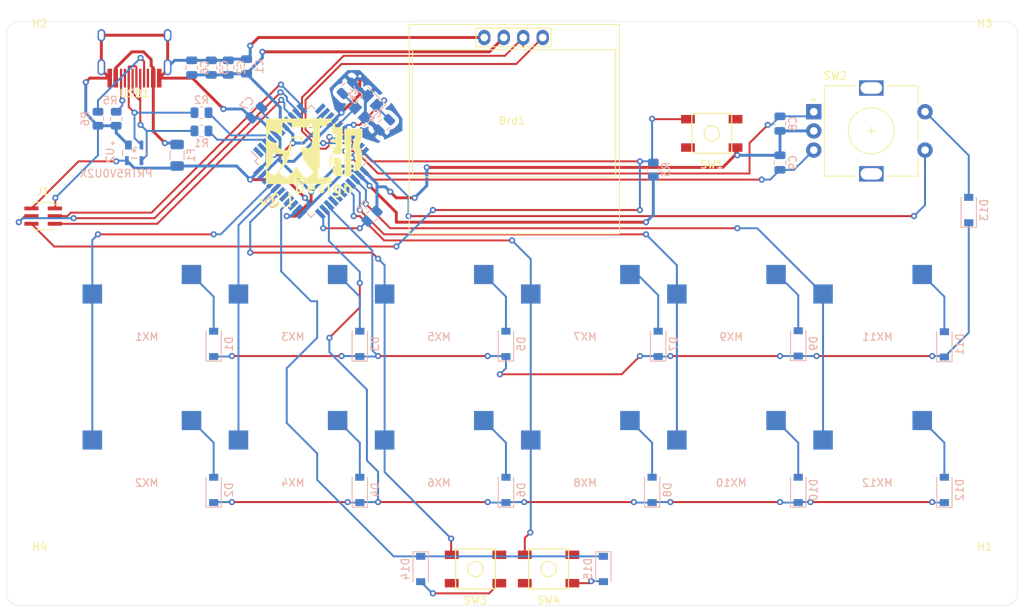
<source format=kicad_pcb>
(kicad_pcb (version 20171130) (host pcbnew "(5.1.9)-1")
  (layers (0 F.Cu signal) (31 B.Cu signal) (34 B.Paste user) (35 F.Paste user) (36 B.SilkS user) (37 F.SilkS user) (38 B.Mask user) (39 F.Mask user) (44 Edge.Cuts user))
  (net 0 "")
  (net 1 "Net-(C4-Pad1)")
  (net 2 "Net-(C5-Pad1)")
  (net 3 "Net-(C7-Pad1)")
  (net 4 ENC_A)
  (net 5 ENC_B)
  (net 6 "Net-(D1-Pad2)")
  (net 7 ROW0)
  (net 8 "Net-(D2-Pad2)")
  (net 9 ROW1)
  (net 10 "Net-(D3-Pad2)")
  (net 11 "Net-(D4-Pad2)")
  (net 12 "Net-(D5-Pad2)")
  (net 13 "Net-(D6-Pad2)")
  (net 14 "Net-(D7-Pad2)")
  (net 15 "Net-(D8-Pad2)")
  (net 16 "Net-(D9-Pad2)")
  (net 17 "Net-(D10-Pad2)")
  (net 18 "Net-(D11-Pad2)")
  (net 19 "Net-(D12-Pad2)")
  (net 20 "Net-(D13-Pad2)")
  (net 21 VCC)
  (net 22 COL0)
  (net 23 COL1)
  (net 24 COL2)
  (net 25 COL3)
  (net 26 COL4)
  (net 27 COL5)
  (net 28 D-)
  (net 29 "Net-(R1-Pad1)")
  (net 30 D+)
  (net 31 "Net-(R2-Pad1)")
  (net 32 "Net-(R4-Pad2)")
  (net 33 "Net-(R5-Pad1)")
  (net 34 "Net-(R6-Pad1)")
  (net 35 COL6)
  (net 36 "Net-(U1-Pad42)")
  (net 37 "Net-(U1-Pad38)")
  (net 38 "Net-(U1-Pad36)")
  (net 39 "Net-(U1-Pad30)")
  (net 40 "Net-(U1-Pad29)")
  (net 41 "Net-(U1-Pad28)")
  (net 42 "Net-(U1-Pad12)")
  (net 43 "Net-(U1-Pad1)")
  (net 44 "Net-(USB1-Pad3)")
  (net 45 "Net-(USB1-Pad9)")
  (net 46 "Net-(U1-Pad8)")
  (net 47 SCL)
  (net 48 SDA)
  (net 49 KEYBOARD_VCC)
  (net 50 KEYBOARD_GND)
  (net 51 KEYBOARD_RESET)
  (net 52 B1_SCLK)
  (net 53 B2_MOSI)
  (net 54 B3_MISO)
  (net 55 "Net-(D14-Pad2)")
  (net 56 ROW2)
  (net 57 "Net-(D15-Pad2)")
  (module jirou-design:jirou-design-pcb-logo-inverse (layer F.Cu) (at 110.33125 53.18125)
    (fp_text reference G*** hide)
    (fp_text value LOGO hide)
  )
  (module random-keyboard-parts:SKQG-1155865 (layer F.Cu) (at 141.2875 106.3625)
    (fp_text reference SW4 (at 0 4.064) (layer F.SilkS))
    (fp_text value SW_Push)
    (pad 4 smd rect (at -3.1 1.85) (size 1.8 1.1) (layers F.Cu F.Paste F.Mask))
    (pad 3 smd rect (at 3.1 -1.85) (size 1.8 1.1) (layers F.Cu F.Paste F.Mask))
    (pad 2 smd rect (at -3.1 -1.85) (size 1.8 1.1) (layers F.Cu F.Paste F.Mask) (net 25 COL3))
    (pad 1 smd rect (at 3.1 1.85) (size 1.8 1.1) (layers F.Cu F.Paste F.Mask) (net 57 "Net-(D15-Pad2)"))
  )
  (module random-keyboard-parts:SKQG-1155865 (layer F.Cu) (at 131.7625 106.3625)
    (fp_text reference SW3 (at 0 4.064) (layer F.SilkS))
    (fp_text value SW_Push)
    (pad 4 smd rect (at -3.1 1.85) (size 1.8 1.1) (layers F.Cu F.Paste F.Mask))
    (pad 3 smd rect (at 3.1 -1.85) (size 1.8 1.1) (layers F.Cu F.Paste F.Mask))
    (pad 2 smd rect (at -3.1 -1.85) (size 1.8 1.1) (layers F.Cu F.Paste F.Mask) (net 24 COL2))
    (pad 1 smd rect (at 3.1 1.85) (size 1.8 1.1) (layers F.Cu F.Paste F.Mask) (net 55 "Net-(D14-Pad2)"))
  )
  (module Diode_SMD:D_SOD-123 (layer B.Cu) (at 148.43125 106.3625 270)
    (fp_text reference D15 (at 0 2 270) (layer B.SilkS) (effects (justify mirror)))
    (fp_text value D_Small)
    (pad 2 smd rect (at 1.65 0 270) (size 0.9 1.2) (layers B.Cu B.Paste B.Mask) (net 57 "Net-(D15-Pad2)"))
    (pad 1 smd rect (at -1.65 0 270) (size 0.9 1.2) (layers B.Cu B.Paste B.Mask) (net 56 ROW2))
  )
  (module Diode_SMD:D_SOD-123 (layer B.Cu) (at 124.61875 106.3625 270)
    (fp_text reference D14 (at 0 2 270) (layer B.SilkS) (effects (justify mirror)))
    (fp_text value D_Small)
    (pad 2 smd rect (at 1.65 0 270) (size 0.9 1.2) (layers B.Cu B.Paste B.Mask) (net 55 "Net-(D14-Pad2)"))
    (pad 1 smd rect (at -1.65 0 270) (size 0.9 1.2) (layers B.Cu B.Paste B.Mask) (net 56 ROW2))
  )
  (module Connector_PinSocket_1.00mm:PinSocket_2x03_P1.00mm_Vertical_SMD (layer F.Cu) (at 75.40625 60.325)
    (fp_text reference J1 (at 0 -3.25) (layer F.SilkS))
    (fp_text value 6P6C)
    (pad 6 smd rect (at -1.525 1) (size 1.85 0.5) (layers F.Cu F.Paste F.Mask) (net 51 KEYBOARD_RESET))
    (pad 5 smd rect (at 1.525 1) (size 1.85 0.5) (layers F.Cu F.Paste F.Mask) (net 52 B1_SCLK))
    (pad 4 smd rect (at -1.525 0) (size 1.85 0.5) (layers F.Cu F.Paste F.Mask) (net 53 B2_MOSI))
    (pad 3 smd rect (at 1.525 0) (size 1.85 0.5) (layers F.Cu F.Paste F.Mask) (net 54 B3_MISO))
    (pad 2 smd rect (at -1.525 -1) (size 1.85 0.5) (layers F.Cu F.Paste F.Mask) (net 49 KEYBOARD_VCC))
    (pad 1 smd rect (at 1.525 -1) (size 1.85 0.5) (layers F.Cu F.Paste F.Mask) (net 50 KEYBOARD_GND))
  )
  (module MX_Only:MXOnly-1U-Hotswap (layer F.Cu) (at 88.9 73.025)
    (fp_text reference MX1)
    (fp_text value MX-NoLED)
    (fp_text user %R (at 0 3.048) (layer B.SilkS) (effects (justify mirror)))
    (pad 2 smd rect (at 5.842 -5.08) (size 2.55 2.5) (layers B.Cu B.Paste B.Mask) (net 6 "Net-(D1-Pad2)"))
    (pad 1 smd rect (at -7.085 -2.54) (size 2.55 2.5) (layers B.Cu B.Paste B.Mask) (net 22 COL0))
    (pad "" np_thru_hole circle (at 5.08 0 48.0996) (size 1.75 1.75) (drill 1.75) (layers *.Cu *.Mask))
    (pad "" np_thru_hole circle (at -5.08 0 48.0996) (size 1.75 1.75) (drill 1.75) (layers *.Cu *.Mask))
    (pad "" np_thru_hole circle (at -3.81 -2.54) (size 3 3) (drill 3) (layers *.Cu *.Mask))
    (pad "" np_thru_hole circle (at 0 0) (size 3.9878 3.9878) (drill 3.9878) (layers *.Cu *.Mask))
    (pad "" np_thru_hole circle (at 2.54 -5.08) (size 3 3) (drill 3) (layers *.Cu *.Mask))
  )
  (module MX_Only:MXOnly-1U-Hotswap (layer F.Cu) (at 184.15 92.075)
    (fp_text reference MX12)
    (fp_text value MX-NoLED)
    (fp_text user %R (at 0 3.048) (layer B.SilkS) (effects (justify mirror)))
    (pad 2 smd rect (at 5.842 -5.08) (size 2.55 2.5) (layers B.Cu B.Paste B.Mask) (net 19 "Net-(D12-Pad2)"))
    (pad 1 smd rect (at -7.085 -2.54) (size 2.55 2.5) (layers B.Cu B.Paste B.Mask) (net 27 COL5))
    (pad "" np_thru_hole circle (at 5.08 0 48.0996) (size 1.75 1.75) (drill 1.75) (layers *.Cu *.Mask))
    (pad "" np_thru_hole circle (at -5.08 0 48.0996) (size 1.75 1.75) (drill 1.75) (layers *.Cu *.Mask))
    (pad "" np_thru_hole circle (at -3.81 -2.54) (size 3 3) (drill 3) (layers *.Cu *.Mask))
    (pad "" np_thru_hole circle (at 0 0) (size 3.9878 3.9878) (drill 3.9878) (layers *.Cu *.Mask))
    (pad "" np_thru_hole circle (at 2.54 -5.08) (size 3 3) (drill 3) (layers *.Cu *.Mask))
  )
  (module MX_Only:MXOnly-1U-Hotswap (layer F.Cu) (at 184.15 73.025)
    (fp_text reference MX11)
    (fp_text value MX-NoLED)
    (fp_text user %R (at 0 3.048) (layer B.SilkS) (effects (justify mirror)))
    (pad 2 smd rect (at 5.842 -5.08) (size 2.55 2.5) (layers B.Cu B.Paste B.Mask) (net 18 "Net-(D11-Pad2)"))
    (pad 1 smd rect (at -7.085 -2.54) (size 2.55 2.5) (layers B.Cu B.Paste B.Mask) (net 27 COL5))
    (pad "" np_thru_hole circle (at 5.08 0 48.0996) (size 1.75 1.75) (drill 1.75) (layers *.Cu *.Mask))
    (pad "" np_thru_hole circle (at -5.08 0 48.0996) (size 1.75 1.75) (drill 1.75) (layers *.Cu *.Mask))
    (pad "" np_thru_hole circle (at -3.81 -2.54) (size 3 3) (drill 3) (layers *.Cu *.Mask))
    (pad "" np_thru_hole circle (at 0 0) (size 3.9878 3.9878) (drill 3.9878) (layers *.Cu *.Mask))
    (pad "" np_thru_hole circle (at 2.54 -5.08) (size 3 3) (drill 3) (layers *.Cu *.Mask))
  )
  (module MX_Only:MXOnly-1U-Hotswap (layer F.Cu) (at 165.1 92.075)
    (fp_text reference MX10)
    (fp_text value MX-NoLED)
    (fp_text user %R (at 0 3.048) (layer B.SilkS) (effects (justify mirror)))
    (pad 2 smd rect (at 5.842 -5.08) (size 2.55 2.5) (layers B.Cu B.Paste B.Mask) (net 17 "Net-(D10-Pad2)"))
    (pad 1 smd rect (at -7.085 -2.54) (size 2.55 2.5) (layers B.Cu B.Paste B.Mask) (net 26 COL4))
    (pad "" np_thru_hole circle (at 5.08 0 48.0996) (size 1.75 1.75) (drill 1.75) (layers *.Cu *.Mask))
    (pad "" np_thru_hole circle (at -5.08 0 48.0996) (size 1.75 1.75) (drill 1.75) (layers *.Cu *.Mask))
    (pad "" np_thru_hole circle (at -3.81 -2.54) (size 3 3) (drill 3) (layers *.Cu *.Mask))
    (pad "" np_thru_hole circle (at 0 0) (size 3.9878 3.9878) (drill 3.9878) (layers *.Cu *.Mask))
    (pad "" np_thru_hole circle (at 2.54 -5.08) (size 3 3) (drill 3) (layers *.Cu *.Mask))
  )
  (module MX_Only:MXOnly-1U-Hotswap (layer F.Cu) (at 165.1 73.025)
    (fp_text reference MX9)
    (fp_text value MX-NoLED)
    (fp_text user %R (at 0 3.048) (layer B.SilkS) (effects (justify mirror)))
    (pad 2 smd rect (at 5.842 -5.08) (size 2.55 2.5) (layers B.Cu B.Paste B.Mask) (net 16 "Net-(D9-Pad2)"))
    (pad 1 smd rect (at -7.085 -2.54) (size 2.55 2.5) (layers B.Cu B.Paste B.Mask) (net 26 COL4))
    (pad "" np_thru_hole circle (at 5.08 0 48.0996) (size 1.75 1.75) (drill 1.75) (layers *.Cu *.Mask))
    (pad "" np_thru_hole circle (at -5.08 0 48.0996) (size 1.75 1.75) (drill 1.75) (layers *.Cu *.Mask))
    (pad "" np_thru_hole circle (at -3.81 -2.54) (size 3 3) (drill 3) (layers *.Cu *.Mask))
    (pad "" np_thru_hole circle (at 0 0) (size 3.9878 3.9878) (drill 3.9878) (layers *.Cu *.Mask))
    (pad "" np_thru_hole circle (at 2.54 -5.08) (size 3 3) (drill 3) (layers *.Cu *.Mask))
  )
  (module MX_Only:MXOnly-1U-Hotswap (layer F.Cu) (at 146.05 92.075)
    (fp_text reference MX8)
    (fp_text value MX-NoLED)
    (fp_text user %R (at 0 3.048) (layer B.SilkS) (effects (justify mirror)))
    (pad 2 smd rect (at 5.842 -5.08) (size 2.55 2.5) (layers B.Cu B.Paste B.Mask) (net 15 "Net-(D8-Pad2)"))
    (pad 1 smd rect (at -7.085 -2.54) (size 2.55 2.5) (layers B.Cu B.Paste B.Mask) (net 25 COL3))
    (pad "" np_thru_hole circle (at 5.08 0 48.0996) (size 1.75 1.75) (drill 1.75) (layers *.Cu *.Mask))
    (pad "" np_thru_hole circle (at -5.08 0 48.0996) (size 1.75 1.75) (drill 1.75) (layers *.Cu *.Mask))
    (pad "" np_thru_hole circle (at -3.81 -2.54) (size 3 3) (drill 3) (layers *.Cu *.Mask))
    (pad "" np_thru_hole circle (at 0 0) (size 3.9878 3.9878) (drill 3.9878) (layers *.Cu *.Mask))
    (pad "" np_thru_hole circle (at 2.54 -5.08) (size 3 3) (drill 3) (layers *.Cu *.Mask))
  )
  (module MX_Only:MXOnly-1U-Hotswap (layer F.Cu) (at 146.05 73.025)
    (fp_text reference MX7)
    (fp_text value MX-NoLED)
    (fp_text user %R (at 0 3.048) (layer B.SilkS) (effects (justify mirror)))
    (pad 2 smd rect (at 5.842 -5.08) (size 2.55 2.5) (layers B.Cu B.Paste B.Mask) (net 14 "Net-(D7-Pad2)"))
    (pad 1 smd rect (at -7.085 -2.54) (size 2.55 2.5) (layers B.Cu B.Paste B.Mask) (net 25 COL3))
    (pad "" np_thru_hole circle (at 5.08 0 48.0996) (size 1.75 1.75) (drill 1.75) (layers *.Cu *.Mask))
    (pad "" np_thru_hole circle (at -5.08 0 48.0996) (size 1.75 1.75) (drill 1.75) (layers *.Cu *.Mask))
    (pad "" np_thru_hole circle (at -3.81 -2.54) (size 3 3) (drill 3) (layers *.Cu *.Mask))
    (pad "" np_thru_hole circle (at 0 0) (size 3.9878 3.9878) (drill 3.9878) (layers *.Cu *.Mask))
    (pad "" np_thru_hole circle (at 2.54 -5.08) (size 3 3) (drill 3) (layers *.Cu *.Mask))
  )
  (module MX_Only:MXOnly-1U-Hotswap (layer F.Cu) (at 127 92.075)
    (fp_text reference MX6)
    (fp_text value MX-NoLED)
    (fp_text user %R (at 0 3.048) (layer B.SilkS) (effects (justify mirror)))
    (pad 2 smd rect (at 5.842 -5.08) (size 2.55 2.5) (layers B.Cu B.Paste B.Mask) (net 13 "Net-(D6-Pad2)"))
    (pad 1 smd rect (at -7.085 -2.54) (size 2.55 2.5) (layers B.Cu B.Paste B.Mask) (net 24 COL2))
    (pad "" np_thru_hole circle (at 5.08 0 48.0996) (size 1.75 1.75) (drill 1.75) (layers *.Cu *.Mask))
    (pad "" np_thru_hole circle (at -5.08 0 48.0996) (size 1.75 1.75) (drill 1.75) (layers *.Cu *.Mask))
    (pad "" np_thru_hole circle (at -3.81 -2.54) (size 3 3) (drill 3) (layers *.Cu *.Mask))
    (pad "" np_thru_hole circle (at 0 0) (size 3.9878 3.9878) (drill 3.9878) (layers *.Cu *.Mask))
    (pad "" np_thru_hole circle (at 2.54 -5.08) (size 3 3) (drill 3) (layers *.Cu *.Mask))
  )
  (module MX_Only:MXOnly-1U-Hotswap (layer F.Cu) (at 127 73.025)
    (fp_text reference MX5)
    (fp_text value MX-NoLED)
    (fp_text user %R (at 0 3.048) (layer B.SilkS) (effects (justify mirror)))
    (pad 2 smd rect (at 5.842 -5.08) (size 2.55 2.5) (layers B.Cu B.Paste B.Mask) (net 12 "Net-(D5-Pad2)"))
    (pad 1 smd rect (at -7.085 -2.54) (size 2.55 2.5) (layers B.Cu B.Paste B.Mask) (net 24 COL2))
    (pad "" np_thru_hole circle (at 5.08 0 48.0996) (size 1.75 1.75) (drill 1.75) (layers *.Cu *.Mask))
    (pad "" np_thru_hole circle (at -5.08 0 48.0996) (size 1.75 1.75) (drill 1.75) (layers *.Cu *.Mask))
    (pad "" np_thru_hole circle (at -3.81 -2.54) (size 3 3) (drill 3) (layers *.Cu *.Mask))
    (pad "" np_thru_hole circle (at 0 0) (size 3.9878 3.9878) (drill 3.9878) (layers *.Cu *.Mask))
    (pad "" np_thru_hole circle (at 2.54 -5.08) (size 3 3) (drill 3) (layers *.Cu *.Mask))
  )
  (module MX_Only:MXOnly-1U-Hotswap (layer F.Cu) (at 107.95 92.075)
    (fp_text reference MX4)
    (fp_text value MX-NoLED)
    (fp_text user %R (at 0 3.048) (layer B.SilkS) (effects (justify mirror)))
    (pad 2 smd rect (at 5.842 -5.08) (size 2.55 2.5) (layers B.Cu B.Paste B.Mask) (net 11 "Net-(D4-Pad2)"))
    (pad 1 smd rect (at -7.085 -2.54) (size 2.55 2.5) (layers B.Cu B.Paste B.Mask) (net 23 COL1))
    (pad "" np_thru_hole circle (at 5.08 0 48.0996) (size 1.75 1.75) (drill 1.75) (layers *.Cu *.Mask))
    (pad "" np_thru_hole circle (at -5.08 0 48.0996) (size 1.75 1.75) (drill 1.75) (layers *.Cu *.Mask))
    (pad "" np_thru_hole circle (at -3.81 -2.54) (size 3 3) (drill 3) (layers *.Cu *.Mask))
    (pad "" np_thru_hole circle (at 0 0) (size 3.9878 3.9878) (drill 3.9878) (layers *.Cu *.Mask))
    (pad "" np_thru_hole circle (at 2.54 -5.08) (size 3 3) (drill 3) (layers *.Cu *.Mask))
  )
  (module MX_Only:MXOnly-1U-Hotswap (layer F.Cu) (at 107.95 73.025)
    (fp_text reference MX3)
    (fp_text value MX-NoLED)
    (fp_text user %R (at 0 3.048) (layer B.SilkS) (effects (justify mirror)))
    (pad 2 smd rect (at 5.842 -5.08) (size 2.55 2.5) (layers B.Cu B.Paste B.Mask) (net 10 "Net-(D3-Pad2)"))
    (pad 1 smd rect (at -7.085 -2.54) (size 2.55 2.5) (layers B.Cu B.Paste B.Mask) (net 23 COL1))
    (pad "" np_thru_hole circle (at 5.08 0 48.0996) (size 1.75 1.75) (drill 1.75) (layers *.Cu *.Mask))
    (pad "" np_thru_hole circle (at -5.08 0 48.0996) (size 1.75 1.75) (drill 1.75) (layers *.Cu *.Mask))
    (pad "" np_thru_hole circle (at -3.81 -2.54) (size 3 3) (drill 3) (layers *.Cu *.Mask))
    (pad "" np_thru_hole circle (at 0 0) (size 3.9878 3.9878) (drill 3.9878) (layers *.Cu *.Mask))
    (pad "" np_thru_hole circle (at 2.54 -5.08) (size 3 3) (drill 3) (layers *.Cu *.Mask))
  )
  (module MX_Only:MXOnly-1U-Hotswap (layer F.Cu) (at 88.9 92.075)
    (fp_text reference MX2)
    (fp_text value MX-NoLED)
    (fp_text user %R (at 0 3.048) (layer B.SilkS) (effects (justify mirror)))
    (pad 2 smd rect (at 5.842 -5.08) (size 2.55 2.5) (layers B.Cu B.Paste B.Mask) (net 8 "Net-(D2-Pad2)"))
    (pad 1 smd rect (at -7.085 -2.54) (size 2.55 2.5) (layers B.Cu B.Paste B.Mask) (net 22 COL0))
    (pad "" np_thru_hole circle (at 5.08 0 48.0996) (size 1.75 1.75) (drill 1.75) (layers *.Cu *.Mask))
    (pad "" np_thru_hole circle (at -5.08 0 48.0996) (size 1.75 1.75) (drill 1.75) (layers *.Cu *.Mask))
    (pad "" np_thru_hole circle (at -3.81 -2.54) (size 3 3) (drill 3) (layers *.Cu *.Mask))
    (pad "" np_thru_hole circle (at 0 0) (size 3.9878 3.9878) (drill 3.9878) (layers *.Cu *.Mask))
    (pad "" np_thru_hole circle (at 2.54 -5.08) (size 3 3) (drill 3) (layers *.Cu *.Mask))
  )
  (module SSD1306:128x64OLED (layer F.Cu) (at 136.525 47.625)
    (fp_text reference Brd1 (at 0 0.254) (layer F.SilkS))
    (fp_text value SSD1306)
    (pad 2 thru_hole oval (at -1.08 -10.6 90) (size 2 1.6) (drill 1) (layers *.Cu *.Mask) (net 49 KEYBOARD_VCC))
    (pad 1 thru_hole oval (at -3.62 -10.6 90) (size 2 1.6) (drill 1) (layers *.Cu *.Mask) (net 50 KEYBOARD_GND))
    (pad 3 thru_hole oval (at 1.46 -10.6 90) (size 2 1.6) (drill 1) (layers *.Cu *.Mask) (net 47 SCL))
    (pad 4 thru_hole oval (at 4 -10.6 90) (size 2 1.6) (drill 1) (layers *.Cu *.Mask) (net 48 SDA))
  )
  (module Crystal:Crystal_SMD_3225-4Pin_3.2x2.5mm (layer B.Cu) (at 117.475 46.0375 225)
    (fp_text reference Y1 (at 0 2.450001 45) (layer B.SilkS) (effects (justify mirror)))
    (fp_text value 16MHz)
    (pad 4 smd rect (at -1.1 0.85 225) (size 1.4 1.2) (layers B.Cu B.Paste B.Mask) (net 50 KEYBOARD_GND))
    (pad 3 smd rect (at 1.1 0.85 225) (size 1.4 1.2) (layers B.Cu B.Paste B.Mask) (net 2 "Net-(C5-Pad1)"))
    (pad 2 smd rect (at 1.1 -0.85 225) (size 1.4 1.2) (layers B.Cu B.Paste B.Mask) (net 50 KEYBOARD_GND))
    (pad 1 smd rect (at -1.1 -0.85 225) (size 1.4 1.2) (layers B.Cu B.Paste B.Mask) (net 1 "Net-(C4-Pad1)"))
  )
  (module Capacitor_SMD:C_0805_2012Metric (layer B.Cu) (at 119.85625 48.41875 225)
    (fp_text reference C4 (at 0 1.679999 45) (layer B.SilkS) (effects (justify mirror)))
    (fp_text value 22pF)
    (pad 2 smd roundrect (at 0.95 0 225) (size 1 1.45) (layers B.Cu B.Paste B.Mask) (net 50 KEYBOARD_GND))
    (pad 1 smd roundrect (at -0.95 0 225) (size 1 1.45) (layers B.Cu B.Paste B.Mask) (net 1 "Net-(C4-Pad1)"))
  )
  (module Package_QFP:TQFP-44_10x10mm_P0.8mm (layer B.Cu) (at 110.33125 53.18125 315)
    (fp_text reference U1 (at 0 7.450001 135) (layer B.SilkS) (effects (justify mirror)))
    (fp_text value ATmega32U4-AU)
    (pad 44 smd rect (at -4 5.7 225) (size 1.5 0.55) (layers B.Cu B.Paste B.Mask) (net 49 KEYBOARD_VCC))
    (pad 43 smd rect (at -3.2 5.7 225) (size 1.5 0.55) (layers B.Cu B.Paste B.Mask) (net 50 KEYBOARD_GND))
    (pad 42 smd rect (at -2.4 5.7 225) (size 1.5 0.55) (layers B.Cu B.Paste B.Mask) (net 36 "Net-(U1-Pad42)"))
    (pad 41 smd rect (at -1.6 5.7 225) (size 1.5 0.55) (layers B.Cu B.Paste B.Mask) (net 22 COL0))
    (pad 40 smd rect (at -0.8 5.7 225) (size 1.5 0.55) (layers B.Cu B.Paste B.Mask) (net 23 COL1))
    (pad 39 smd rect (at 0 5.7 225) (size 1.5 0.55) (layers B.Cu B.Paste B.Mask) (net 24 COL2))
    (pad 38 smd rect (at 0.8 5.7 225) (size 1.5 0.55) (layers B.Cu B.Paste B.Mask) (net 37 "Net-(U1-Pad38)"))
    (pad 37 smd rect (at 1.6 5.7 225) (size 1.5 0.55) (layers B.Cu B.Paste B.Mask) (net 56 ROW2))
    (pad 36 smd rect (at 2.4 5.7 225) (size 1.5 0.55) (layers B.Cu B.Paste B.Mask) (net 38 "Net-(U1-Pad36)"))
    (pad 35 smd rect (at 3.2 5.7 225) (size 1.5 0.55) (layers B.Cu B.Paste B.Mask) (net 50 KEYBOARD_GND))
    (pad 34 smd rect (at 4 5.7 225) (size 1.5 0.55) (layers B.Cu B.Paste B.Mask) (net 49 KEYBOARD_VCC))
    (pad 33 smd rect (at 5.7 4 315) (size 1.5 0.55) (layers B.Cu B.Paste B.Mask) (net 32 "Net-(R4-Pad2)"))
    (pad 32 smd rect (at 5.7 3.2 315) (size 1.5 0.55) (layers B.Cu B.Paste B.Mask) (net 9 ROW1))
    (pad 31 smd rect (at 5.7 2.4 315) (size 1.5 0.55) (layers B.Cu B.Paste B.Mask) (net 7 ROW0))
    (pad 30 smd rect (at 5.7 1.6 315) (size 1.5 0.55) (layers B.Cu B.Paste B.Mask) (net 39 "Net-(U1-Pad30)"))
    (pad 29 smd rect (at 5.7 0.8 315) (size 1.5 0.55) (layers B.Cu B.Paste B.Mask) (net 40 "Net-(U1-Pad29)"))
    (pad 28 smd rect (at 5.7 0 315) (size 1.5 0.55) (layers B.Cu B.Paste B.Mask) (net 41 "Net-(U1-Pad28)"))
    (pad 27 smd rect (at 5.7 -0.8 315) (size 1.5 0.55) (layers B.Cu B.Paste B.Mask) (net 25 COL3))
    (pad 26 smd rect (at 5.7 -1.6 315) (size 1.5 0.55) (layers B.Cu B.Paste B.Mask) (net 26 COL4))
    (pad 25 smd rect (at 5.7 -2.4 315) (size 1.5 0.55) (layers B.Cu B.Paste B.Mask) (net 27 COL5))
    (pad 24 smd rect (at 5.7 -3.2 315) (size 1.5 0.55) (layers B.Cu B.Paste B.Mask) (net 49 KEYBOARD_VCC))
    (pad 23 smd rect (at 5.7 -4 315) (size 1.5 0.55) (layers B.Cu B.Paste B.Mask) (net 50 KEYBOARD_GND))
    (pad 22 smd rect (at 4 -5.7 225) (size 1.5 0.55) (layers B.Cu B.Paste B.Mask) (net 35 COL6))
    (pad 21 smd rect (at 3.2 -5.7 225) (size 1.5 0.55) (layers B.Cu B.Paste B.Mask) (net 5 ENC_B))
    (pad 20 smd rect (at 2.4 -5.7 225) (size 1.5 0.55) (layers B.Cu B.Paste B.Mask) (net 4 ENC_A))
    (pad 19 smd rect (at 1.6 -5.7 225) (size 1.5 0.55) (layers B.Cu B.Paste B.Mask) (net 48 SDA))
    (pad 18 smd rect (at 0.8 -5.7 225) (size 1.5 0.55) (layers B.Cu B.Paste B.Mask) (net 47 SCL))
    (pad 17 smd rect (at 0 -5.7 225) (size 1.5 0.55) (layers B.Cu B.Paste B.Mask) (net 1 "Net-(C4-Pad1)"))
    (pad 16 smd rect (at -0.8 -5.7 225) (size 1.5 0.55) (layers B.Cu B.Paste B.Mask) (net 2 "Net-(C5-Pad1)"))
    (pad 15 smd rect (at -1.6 -5.7 225) (size 1.5 0.55) (layers B.Cu B.Paste B.Mask) (net 50 KEYBOARD_GND))
    (pad 14 smd rect (at -2.4 -5.7 225) (size 1.5 0.55) (layers B.Cu B.Paste B.Mask) (net 49 KEYBOARD_VCC))
    (pad 13 smd rect (at -3.2 -5.7 225) (size 1.5 0.55) (layers B.Cu B.Paste B.Mask) (net 51 KEYBOARD_RESET))
    (pad 12 smd rect (at -4 -5.7 225) (size 1.5 0.55) (layers B.Cu B.Paste B.Mask) (net 42 "Net-(U1-Pad12)"))
    (pad 11 smd rect (at -5.7 -4 315) (size 1.5 0.55) (layers B.Cu B.Paste B.Mask) (net 54 B3_MISO))
    (pad 10 smd rect (at -5.7 -3.2 315) (size 1.5 0.55) (layers B.Cu B.Paste B.Mask) (net 53 B2_MOSI))
    (pad 9 smd rect (at -5.7 -2.4 315) (size 1.5 0.55) (layers B.Cu B.Paste B.Mask) (net 52 B1_SCLK))
    (pad 8 smd rect (at -5.7 -1.6 315) (size 1.5 0.55) (layers B.Cu B.Paste B.Mask) (net 46 "Net-(U1-Pad8)"))
    (pad 7 smd rect (at -5.7 -0.8 315) (size 1.5 0.55) (layers B.Cu B.Paste B.Mask) (net 49 KEYBOARD_VCC))
    (pad 6 smd rect (at -5.7 0 315) (size 1.5 0.55) (layers B.Cu B.Paste B.Mask) (net 3 "Net-(C7-Pad1)"))
    (pad 5 smd rect (at -5.7 0.8 315) (size 1.5 0.55) (layers B.Cu B.Paste B.Mask) (net 50 KEYBOARD_GND))
    (pad 4 smd rect (at -5.7 1.6 315) (size 1.5 0.55) (layers B.Cu B.Paste B.Mask) (net 31 "Net-(R2-Pad1)"))
    (pad 3 smd rect (at -5.7 2.4 315) (size 1.5 0.55) (layers B.Cu B.Paste B.Mask) (net 29 "Net-(R1-Pad1)"))
    (pad 2 smd rect (at -5.7 3.2 315) (size 1.5 0.55) (layers B.Cu B.Paste B.Mask) (net 49 KEYBOARD_VCC))
    (pad 1 smd rect (at -5.7 4 315) (size 1.5 0.55) (layers B.Cu B.Paste B.Mask) (net 43 "Net-(U1-Pad1)"))
  )
  (module MountingHole:MountingHole_2.7mm_M2.5 (layer F.Cu) (at 74.93 107.15625)
    (fp_text reference H4 (at 0 -3.7) (layer F.SilkS))
    (fp_text value MountingHole)
    (pad 1 np_thru_hole circle (at 0 0) (size 2.7 2.7) (drill 2.7) (layers *.Cu *.Mask))
  )
  (module MountingHole:MountingHole_2.7mm_M2.5 (layer F.Cu) (at 198.12 38.89375)
    (fp_text reference H3 (at 0 -3.7) (layer F.SilkS))
    (fp_text value MountingHole)
    (pad 1 np_thru_hole circle (at 0 0) (size 2.7 2.7) (drill 2.7) (layers *.Cu *.Mask))
  )
  (module MountingHole:MountingHole_2.7mm_M2.5 (layer F.Cu) (at 74.93 38.89375)
    (fp_text reference H2 (at 0 -3.7) (layer F.SilkS))
    (fp_text value MountingHole)
    (pad 1 np_thru_hole circle (at 0 0) (size 2.7 2.7) (drill 2.7) (layers *.Cu *.Mask))
  )
  (module MountingHole:MountingHole_2.7mm_M2.5 (layer F.Cu) (at 198.12 107.15625)
    (fp_text reference H1 (at 0 -3.7) (layer F.SilkS))
    (fp_text value MountingHole)
    (pad 1 np_thru_hole circle (at 0 0) (size 2.7 2.7) (drill 2.7) (layers *.Cu *.Mask))
  )
  (module Capacitor_SMD:C_0805_2012Metric (layer B.Cu) (at 101.9175 40.79875 90)
    (fp_text reference C1 (at 0 1.68 270) (layer B.SilkS) (effects (justify mirror)))
    (fp_text value 0.1uF)
    (pad 2 smd roundrect (at 0.95 0 90) (size 1 1.45) (layers B.Cu B.Paste B.Mask) (net 50 KEYBOARD_GND))
    (pad 1 smd roundrect (at -0.95 0 90) (size 1 1.45) (layers B.Cu B.Paste B.Mask) (net 49 KEYBOARD_VCC))
  )
  (module Type-C:HRO-TYPE-C-31-M-12-HandSoldering (layer F.Cu) (at 87.3125 34.13125 180)
    (fp_text reference USB1 (at 0 -10.2) (layer F.SilkS))
    (fp_text value HRO-TYPE-C-31-M-12)
    (pad 12 smd rect (at 3.225 -8.195 180) (size 0.6 2.45) (layers F.Cu F.Paste F.Mask) (net 50 KEYBOARD_GND))
    (pad 1 smd rect (at -3.225 -8.195 180) (size 0.6 2.45) (layers F.Cu F.Paste F.Mask) (net 50 KEYBOARD_GND))
    (pad 11 smd rect (at 2.45 -8.195 180) (size 0.6 2.45) (layers F.Cu F.Paste F.Mask) (net 21 VCC))
    (pad 2 smd rect (at -2.45 -8.195 180) (size 0.6 2.45) (layers F.Cu F.Paste F.Mask) (net 21 VCC))
    (pad 3 smd rect (at -1.75 -8.195 180) (size 0.3 2.45) (layers F.Cu F.Paste F.Mask) (net 44 "Net-(USB1-Pad3)"))
    (pad 10 smd rect (at 1.75 -8.195 180) (size 0.3 2.45) (layers F.Cu F.Paste F.Mask) (net 33 "Net-(R5-Pad1)"))
    (pad 4 smd rect (at -1.25 -8.195 180) (size 0.3 2.45) (layers F.Cu F.Paste F.Mask) (net 34 "Net-(R6-Pad1)"))
    (pad 9 smd rect (at 1.25 -8.195 180) (size 0.3 2.45) (layers F.Cu F.Paste F.Mask) (net 45 "Net-(USB1-Pad9)"))
    (pad 5 smd rect (at -0.75 -8.195 180) (size 0.3 2.45) (layers F.Cu F.Paste F.Mask) (net 28 D-))
    (pad 8 smd rect (at 0.75 -8.195 180) (size 0.3 2.45) (layers F.Cu F.Paste F.Mask) (net 30 D+))
    (pad 7 smd rect (at 0.25 -8.195 180) (size 0.3 2.45) (layers F.Cu F.Paste F.Mask) (net 28 D-))
    (pad 6 smd rect (at -0.25 -8.195 180) (size 0.3 2.45) (layers F.Cu F.Paste F.Mask) (net 30 D+))
    (pad "" np_thru_hole circle (at 2.89 -6.25 180) (size 0.65 0.65) (drill 0.65) (layers *.Cu *.Mask))
    (pad "" np_thru_hole circle (at -2.89 -6.25 180) (size 0.65 0.65) (drill 0.65) (layers *.Cu *.Mask))
    (pad 13 thru_hole oval (at -4.32 -6.78 180) (size 1 2.1) (drill oval 0.6 1.7) (layers *.Cu B.Mask) (net 50 KEYBOARD_GND))
    (pad 13 thru_hole oval (at 4.32 -6.78 180) (size 1 2.1) (drill oval 0.6 1.7) (layers *.Cu B.Mask) (net 50 KEYBOARD_GND))
    (pad 13 thru_hole oval (at -4.32 -2.6 180) (size 1 1.6) (drill oval 0.6 1.2) (layers *.Cu B.Mask) (net 50 KEYBOARD_GND))
    (pad 13 thru_hole oval (at 4.32 -2.6 180) (size 1 1.6) (drill oval 0.6 1.2) (layers *.Cu B.Mask) (net 50 KEYBOARD_GND))
  )
  (module prtr5v:PRTR5V0U2X (layer B.Cu) (at 87.26555 52.07)
    (fp_text reference U2 (at -3.12805 0.3175 90) (layer B.SilkS) (effects (justify mirror)))
    (fp_text value PRTR5V0U2X (at -2.3343 2.69875) (layer B.SilkS) (effects (justify mirror)))
    (fp_text user * (at 0 0) (layer B.SilkS) (effects (justify mirror)))
    (pad 4 smd rect (at -0.950001 1.016) (size 0.4826 1.1684) (layers B.Cu B.Paste B.Mask) (net 49 KEYBOARD_VCC))
    (pad 3 smd rect (at 0.950001 1.016) (size 0.4826 1.1684) (layers B.Cu B.Paste B.Mask) (net 28 D-))
    (pad 2 smd rect (at 0.95 -1.016) (size 0.4826 1.1684) (layers B.Cu B.Paste B.Mask) (net 30 D+))
    (pad 1 smd rect (at -0.7468 -1.016) (size 0.889 1.1684) (layers B.Cu B.Paste B.Mask) (net 50 KEYBOARD_GND))
  )
  (module Keebio-Parts:RotaryEncoder_Alps_EC11E-Switch_Vertical_H20mm (layer F.Cu) (at 183.35625 49.2125)
    (fp_text reference SW2 (at -4.7 -7.2) (layer F.SilkS))
    (fp_text value Rotary_Encoder_Switch)
    (pad S1 thru_hole circle (at 7 2.5) (size 2 2) (drill 1) (layers *.Cu *.Mask) (net 35 COL6))
    (pad S2 thru_hole circle (at 7 -2.5) (size 2 2) (drill 1) (layers *.Cu *.Mask) (net 20 "Net-(D13-Pad2)"))
    (pad MP thru_hole rect (at 0 5.6) (size 3.2 2) (drill oval 2.8 1.5) (layers *.Cu *.Mask))
    (pad MP thru_hole rect (at 0 -5.6) (size 3.2 2) (drill oval 2.8 1.5) (layers *.Cu *.Mask))
    (pad B thru_hole circle (at -7.5 2.5) (size 2 2) (drill 1) (layers *.Cu *.Mask) (net 5 ENC_B))
    (pad C thru_hole circle (at -7.5 0) (size 2 2) (drill 1) (layers *.Cu *.Mask) (net 50 KEYBOARD_GND))
    (pad A thru_hole rect (at -7.5 -2.5) (size 2 2) (drill 1) (layers *.Cu *.Mask) (net 4 ENC_A))
  )
  (module random-keyboard-parts:SKQG-1155865 (layer F.Cu) (at 162.56 49.53)
    (fp_text reference SW1 (at 0 4.064) (layer F.SilkS))
    (fp_text value SW_Push)
    (pad 4 smd rect (at -3.1 1.85) (size 1.8 1.1) (layers F.Cu F.Paste F.Mask))
    (pad 3 smd rect (at 3.1 -1.85) (size 1.8 1.1) (layers F.Cu F.Paste F.Mask))
    (pad 2 smd rect (at -3.1 -1.85) (size 1.8 1.1) (layers F.Cu F.Paste F.Mask) (net 51 KEYBOARD_RESET))
    (pad 1 smd rect (at 3.1 1.85) (size 1.8 1.1) (layers F.Cu F.Paste F.Mask) (net 50 KEYBOARD_GND))
  )
  (module Resistor_SMD:R_0805_2012Metric (layer B.Cu) (at 82.55 47.625 270)
    (fp_text reference R6 (at 0 1.65 270) (layer B.SilkS) (effects (justify mirror)))
    (fp_text value 5.1k)
    (pad 2 smd roundrect (at 0.9125 0 270) (size 1.025 1.4) (layers B.Cu B.Paste B.Mask) (roundrect_rratio 0.2439014634146341) (net 50 KEYBOARD_GND))
    (pad 1 smd roundrect (at -0.9125 0 270) (size 1.025 1.4) (layers B.Cu B.Paste B.Mask) (roundrect_rratio 0.2439014634146341) (net 34 "Net-(R6-Pad1)"))
  )
  (module Resistor_SMD:R_0805_2012Metric (layer B.Cu) (at 84.93125 47.625 270)
    (fp_text reference R5 (at -2.38125 0.79375) (layer B.SilkS) (effects (justify mirror)))
    (fp_text value 5.1k)
    (pad 2 smd roundrect (at 0.9125 0 270) (size 1.025 1.4) (layers B.Cu B.Paste B.Mask) (roundrect_rratio 0.2439014634146341) (net 50 KEYBOARD_GND))
    (pad 1 smd roundrect (at -0.9125 0 270) (size 1.025 1.4) (layers B.Cu B.Paste B.Mask) (roundrect_rratio 0.2439014634146341) (net 33 "Net-(R5-Pad1)"))
  )
  (module Resistor_SMD:R_0805_2012Metric (layer B.Cu) (at 118.26875 60.325 225)
    (fp_text reference R4 (at 0 1.65 45) (layer B.SilkS) (effects (justify mirror)))
    (fp_text value 10k)
    (pad 2 smd roundrect (at 0.9125 0 225) (size 1.025 1.4) (layers B.Cu B.Paste B.Mask) (roundrect_rratio 0.2439014634146341) (net 32 "Net-(R4-Pad2)"))
    (pad 1 smd roundrect (at -0.9125 0 225) (size 1.025 1.4) (layers B.Cu B.Paste B.Mask) (roundrect_rratio 0.2439014634146341) (net 50 KEYBOARD_GND))
  )
  (module Resistor_SMD:R_0805_2012Metric (layer B.Cu) (at 154.94 54.2525 90)
    (fp_text reference R3 (at 0 1.65 90) (layer B.SilkS) (effects (justify mirror)))
    (fp_text value 10k)
    (pad 2 smd roundrect (at 0.9125 0 90) (size 1.025 1.4) (layers B.Cu B.Paste B.Mask) (roundrect_rratio 0.2439014634146341) (net 51 KEYBOARD_RESET))
    (pad 1 smd roundrect (at -0.9125 0 90) (size 1.025 1.4) (layers B.Cu B.Paste B.Mask) (roundrect_rratio 0.2439014634146341) (net 49 KEYBOARD_VCC))
  )
  (module Resistor_SMD:R_0805_2012Metric (layer B.Cu) (at 96.04375 46.83125 180)
    (fp_text reference R2 (at 0 1.65) (layer B.SilkS) (effects (justify mirror)))
    (fp_text value 22)
    (pad 2 smd roundrect (at 0.9125 0 180) (size 1.025 1.4) (layers B.Cu B.Paste B.Mask) (roundrect_rratio 0.2439014634146341) (net 30 D+))
    (pad 1 smd roundrect (at -0.9125 0 180) (size 1.025 1.4) (layers B.Cu B.Paste B.Mask) (roundrect_rratio 0.2439014634146341) (net 31 "Net-(R2-Pad1)"))
  )
  (module Resistor_SMD:R_0805_2012Metric (layer B.Cu) (at 96.04375 49.2125 180)
    (fp_text reference R1 (at 0 -1.5875) (layer B.SilkS) (effects (justify mirror)))
    (fp_text value 22)
    (pad 2 smd roundrect (at 0.9125 0 180) (size 1.025 1.4) (layers B.Cu B.Paste B.Mask) (roundrect_rratio 0.2439014634146341) (net 28 D-))
    (pad 1 smd roundrect (at -0.9125 0 180) (size 1.025 1.4) (layers B.Cu B.Paste B.Mask) (roundrect_rratio 0.2439014634146341) (net 29 "Net-(R1-Pad1)"))
  )
  (module Fuse:Fuse_1206_3216Metric (layer B.Cu) (at 92.86875 52.3875 90)
    (fp_text reference F1 (at 0 1.82 90) (layer B.SilkS) (effects (justify mirror)))
    (fp_text value 500mA)
    (pad 2 smd roundrect (at 1.4 0 90) (size 1.25 1.75) (layers B.Cu B.Paste B.Mask) (roundrect_rratio 0.2) (net 21 VCC))
    (pad 1 smd roundrect (at -1.4 0 90) (size 1.25 1.75) (layers B.Cu B.Paste B.Mask) (roundrect_rratio 0.2) (net 49 KEYBOARD_VCC))
  )
  (module Diode_SMD:D_SOD-123 (layer B.Cu) (at 196.05625 59.53125 90)
    (fp_text reference D13 (at 0 2 270) (layer B.SilkS) (effects (justify mirror)))
    (fp_text value D_Small)
    (pad 2 smd rect (at 1.65 0 90) (size 0.9 1.2) (layers B.Cu B.Paste B.Mask) (net 20 "Net-(D13-Pad2)"))
    (pad 1 smd rect (at -1.65 0 90) (size 0.9 1.2) (layers B.Cu B.Paste B.Mask) (net 7 ROW0))
  )
  (module Diode_SMD:D_SOD-123 (layer B.Cu) (at 192.88125 96.04375 90)
    (fp_text reference D12 (at 0 2 90) (layer B.SilkS) (effects (justify mirror)))
    (fp_text value D_Small)
    (pad 2 smd rect (at 1.65 0 90) (size 0.9 1.2) (layers B.Cu B.Paste B.Mask) (net 19 "Net-(D12-Pad2)"))
    (pad 1 smd rect (at -1.65 0 90) (size 0.9 1.2) (layers B.Cu B.Paste B.Mask) (net 9 ROW1))
  )
  (module Diode_SMD:D_SOD-123 (layer B.Cu) (at 192.88125 77.05625 90)
    (fp_text reference D11 (at 0 2 270) (layer B.SilkS) (effects (justify mirror)))
    (fp_text value D_Small)
    (pad 2 smd rect (at 1.65 0 90) (size 0.9 1.2) (layers B.Cu B.Paste B.Mask) (net 18 "Net-(D11-Pad2)"))
    (pad 1 smd rect (at -1.65 0 90) (size 0.9 1.2) (layers B.Cu B.Paste B.Mask) (net 7 ROW0))
  )
  (module Diode_SMD:D_SOD-123 (layer B.Cu) (at 173.83125 96.04375 90)
    (fp_text reference D10 (at 0 2 90) (layer B.SilkS) (effects (justify mirror)))
    (fp_text value D_Small)
    (pad 2 smd rect (at 1.65 0 90) (size 0.9 1.2) (layers B.Cu B.Paste B.Mask) (net 17 "Net-(D10-Pad2)"))
    (pad 1 smd rect (at -1.65 0 90) (size 0.9 1.2) (layers B.Cu B.Paste B.Mask) (net 9 ROW1))
  )
  (module Diode_SMD:D_SOD-123 (layer B.Cu) (at 173.83125 76.93125 90)
    (fp_text reference D9 (at 0 2 270) (layer B.SilkS) (effects (justify mirror)))
    (fp_text value D_Small)
    (pad 2 smd rect (at 1.65 0 90) (size 0.9 1.2) (layers B.Cu B.Paste B.Mask) (net 16 "Net-(D9-Pad2)"))
    (pad 1 smd rect (at -1.65 0 90) (size 0.9 1.2) (layers B.Cu B.Paste B.Mask) (net 7 ROW0))
  )
  (module Diode_SMD:D_SOD-123 (layer B.Cu) (at 154.78125 96.04375 90)
    (fp_text reference D8 (at 0 2 90) (layer B.SilkS) (effects (justify mirror)))
    (fp_text value D_Small)
    (pad 2 smd rect (at 1.65 0 90) (size 0.9 1.2) (layers B.Cu B.Paste B.Mask) (net 15 "Net-(D8-Pad2)"))
    (pad 1 smd rect (at -1.65 0 90) (size 0.9 1.2) (layers B.Cu B.Paste B.Mask) (net 9 ROW1))
  )
  (module Diode_SMD:D_SOD-123 (layer B.Cu) (at 155.575 76.99375 90)
    (fp_text reference D7 (at 0 2 270) (layer B.SilkS) (effects (justify mirror)))
    (fp_text value D_Small)
    (pad 2 smd rect (at 1.65 0 90) (size 0.9 1.2) (layers B.Cu B.Paste B.Mask) (net 14 "Net-(D7-Pad2)"))
    (pad 1 smd rect (at -1.65 0 90) (size 0.9 1.2) (layers B.Cu B.Paste B.Mask) (net 7 ROW0))
  )
  (module Diode_SMD:D_SOD-123 (layer B.Cu) (at 135.73125 96.04375 90)
    (fp_text reference D6 (at 0 2 90) (layer B.SilkS) (effects (justify mirror)))
    (fp_text value D_Small)
    (pad 2 smd rect (at 1.65 0 90) (size 0.9 1.2) (layers B.Cu B.Paste B.Mask) (net 13 "Net-(D6-Pad2)"))
    (pad 1 smd rect (at -1.65 0 90) (size 0.9 1.2) (layers B.Cu B.Paste B.Mask) (net 9 ROW1))
  )
  (module Diode_SMD:D_SOD-123 (layer B.Cu) (at 135.73125 76.99375 90)
    (fp_text reference D5 (at 0 2 270) (layer B.SilkS) (effects (justify mirror)))
    (fp_text value D_Small)
    (pad 2 smd rect (at 1.65 0 90) (size 0.9 1.2) (layers B.Cu B.Paste B.Mask) (net 12 "Net-(D5-Pad2)"))
    (pad 1 smd rect (at -1.65 0 90) (size 0.9 1.2) (layers B.Cu B.Paste B.Mask) (net 7 ROW0))
  )
  (module Diode_SMD:D_SOD-123 (layer B.Cu) (at 116.68125 96.04375 90)
    (fp_text reference D4 (at 0 2 90) (layer B.SilkS) (effects (justify mirror)))
    (fp_text value D_Small)
    (pad 2 smd rect (at 1.65 0 90) (size 0.9 1.2) (layers B.Cu B.Paste B.Mask) (net 11 "Net-(D4-Pad2)"))
    (pad 1 smd rect (at -1.65 0 90) (size 0.9 1.2) (layers B.Cu B.Paste B.Mask) (net 9 ROW1))
  )
  (module Diode_SMD:D_SOD-123 (layer B.Cu) (at 116.68125 76.99375 90)
    (fp_text reference D3 (at 0 2 270) (layer B.SilkS) (effects (justify mirror)))
    (fp_text value D_Small)
    (pad 2 smd rect (at 1.65 0 90) (size 0.9 1.2) (layers B.Cu B.Paste B.Mask) (net 10 "Net-(D3-Pad2)"))
    (pad 1 smd rect (at -1.65 0 90) (size 0.9 1.2) (layers B.Cu B.Paste B.Mask) (net 7 ROW0))
  )
  (module Diode_SMD:D_SOD-123 (layer B.Cu) (at 97.63125 96.04375 90)
    (fp_text reference D2 (at 0 2 90) (layer B.SilkS) (effects (justify mirror)))
    (fp_text value D_Small)
    (pad 2 smd rect (at 1.65 0 90) (size 0.9 1.2) (layers B.Cu B.Paste B.Mask) (net 8 "Net-(D2-Pad2)"))
    (pad 1 smd rect (at -1.65 0 90) (size 0.9 1.2) (layers B.Cu B.Paste B.Mask) (net 9 ROW1))
  )
  (module Diode_SMD:D_SOD-123 (layer B.Cu) (at 97.63125 76.99375 90)
    (fp_text reference D1 (at 0 2 270) (layer B.SilkS) (effects (justify mirror)))
    (fp_text value D_Small)
    (pad 2 smd rect (at 1.65 0 90) (size 0.9 1.2) (layers B.Cu B.Paste B.Mask) (net 6 "Net-(D1-Pad2)"))
    (pad 1 smd rect (at -1.65 0 90) (size 0.9 1.2) (layers B.Cu B.Paste B.Mask) (net 7 ROW0))
  )
  (module Capacitor_SMD:C_0805_2012Metric (layer B.Cu) (at 171.45 53.34 90)
    (fp_text reference C9 (at 0 1.68 90) (layer B.SilkS) (effects (justify mirror)))
    (fp_text value 100nF)
    (pad 2 smd roundrect (at 0.95 0 90) (size 1 1.45) (layers B.Cu B.Paste B.Mask) (net 50 KEYBOARD_GND))
    (pad 1 smd roundrect (at -0.95 0 90) (size 1 1.45) (layers B.Cu B.Paste B.Mask) (net 5 ENC_B))
  )
  (module Capacitor_SMD:C_0805_2012Metric (layer B.Cu) (at 171.45 48.26 90)
    (fp_text reference C8 (at 0 1.68 90) (layer B.SilkS) (effects (justify mirror)))
    (fp_text value 100nF)
    (pad 2 smd roundrect (at 0.95 0 90) (size 1 1.45) (layers B.Cu B.Paste B.Mask) (net 4 ENC_A))
    (pad 1 smd roundrect (at -0.95 0 90) (size 1 1.45) (layers B.Cu B.Paste B.Mask) (net 50 KEYBOARD_GND))
  )
  (module Capacitor_SMD:C_0805_2012Metric (layer B.Cu) (at 103.1875 46.83125 225)
    (fp_text reference C7 (at 0 1.679999 45) (layer B.SilkS) (effects (justify mirror)))
    (fp_text value C_Small)
    (pad 2 smd roundrect (at 0.95 0 225) (size 1 1.45) (layers B.Cu B.Paste B.Mask) (net 50 KEYBOARD_GND))
    (pad 1 smd roundrect (at -0.95 0 225) (size 1 1.45) (layers B.Cu B.Paste B.Mask) (net 3 "Net-(C7-Pad1)"))
  )
  (module Capacitor_SMD:C_0805_2012Metric (layer B.Cu) (at 94.77375 40.955 90)
    (fp_text reference C6 (at 0 1.68 90) (layer B.SilkS) (effects (justify mirror)))
    (fp_text value 10uF)
    (pad 2 smd roundrect (at 0.95 0 90) (size 1 1.45) (layers B.Cu B.Paste B.Mask) (net 50 KEYBOARD_GND))
    (pad 1 smd roundrect (at -0.95 0 90) (size 1 1.45) (layers B.Cu B.Paste B.Mask) (net 49 KEYBOARD_VCC))
  )
  (module Capacitor_SMD:C_0805_2012Metric (layer B.Cu) (at 115.09375 43.65625 45)
    (fp_text reference C5 (at 0 1.679999 45) (layer B.SilkS) (effects (justify mirror)))
    (fp_text value 22pF)
    (pad 2 smd roundrect (at 0.95 0 45) (size 1 1.45) (layers B.Cu B.Paste B.Mask) (net 50 KEYBOARD_GND))
    (pad 1 smd roundrect (at -0.95 0 45) (size 1 1.45) (layers B.Cu B.Paste B.Mask) (net 2 "Net-(C5-Pad1)"))
  )
  (module Capacitor_SMD:C_0805_2012Metric (layer B.Cu) (at 97.31375 40.955 90)
    (fp_text reference C3 (at 0 1.68 90) (layer B.SilkS) (effects (justify mirror)))
    (fp_text value 0.1uF)
    (pad 2 smd roundrect (at 0.95 0 90) (size 1 1.45) (layers B.Cu B.Paste B.Mask) (net 50 KEYBOARD_GND))
    (pad 1 smd roundrect (at -0.95 0 90) (size 1 1.45) (layers B.Cu B.Paste B.Mask) (net 49 KEYBOARD_VCC))
  )
  (module Capacitor_SMD:C_0805_2012Metric (layer B.Cu) (at 99.53625 40.955 90)
    (fp_text reference C2 (at 0 1.68 90) (layer B.SilkS) (effects (justify mirror)))
    (fp_text value 0.1uF)
    (pad 2 smd roundrect (at 0.95 0 90) (size 1 1.45) (layers B.Cu B.Paste B.Mask) (net 50 KEYBOARD_GND))
    (pad 1 smd roundrect (at -0.95 0 90) (size 1 1.45) (layers B.Cu B.Paste B.Mask) (net 49 KEYBOARD_VCC))
  )
  (gr_line (start 70.64375 101.6) (end 70.64375 109.5375) (layer Edge.Cuts) (width 0.05))
  (gr_line (start 200.81875 111.125) (end 199.23125 111.125) (layer Edge.Cuts) (width 0.05))
  (gr_line (start 202.40625 101.6) (end 202.40625 109.5375) (layer Edge.Cuts) (width 0.05))
  (gr_line (start 202.40625 36.5125) (end 202.40625 41.275) (layer Edge.Cuts) (width 0.05))
  (gr_line (start 70.64375 36.5125) (end 70.64375 41.275) (layer Edge.Cuts) (width 0.05))
  (gr_arc (start 72.23125 36.5125) (end 72.23125 34.925) (angle -90) (layer Edge.Cuts) (width 0.05))
  (gr_arc (start 200.81875 36.5125) (end 202.40625 36.5125) (angle -90) (layer Edge.Cuts) (width 0.05))
  (gr_line (start 202.40625 42.8625) (end 202.40625 41.275) (layer Edge.Cuts) (width 0.05))
  (gr_line (start 72.23125 34.925) (end 200.81875 34.925) (layer Edge.Cuts) (width 0.05))
  (gr_line (start 70.64375 42.06875) (end 70.64375 41.275) (layer Edge.Cuts) (width 0.05))
  (gr_arc (start 72.23125 109.5375) (end 70.64375 109.5375) (angle -90) (layer Edge.Cuts) (width 0.05))
  (gr_arc (start 200.81875 109.5375) (end 200.81875 111.125) (angle -90) (layer Edge.Cuts) (width 0.05))
  (gr_line (start 79.375 111.125) (end 72.23125 111.125) (layer Edge.Cuts) (width 0.05))
  (gr_line (start 70.64375 42.06875) (end 70.64375 101.6) (layer Edge.Cuts) (width 0.05))
  (gr_line (start 202.40625 101.6) (end 202.40625 42.8625) (layer Edge.Cuts) (width 0.05))
  (gr_line (start 79.375 111.125) (end 199.23125 111.125) (layer Edge.Cuts) (width 0.05))
  (segment (start 99.6925 39.84875) (end 99.53625 40.005) (width 0.381) (layer B.Cu) (net 50))
  (segment (start 101.9175 39.84875) (end 99.6925 39.84875) (width 0.381) (layer B.Cu) (net 50))
  (segment (start 99.53625 40.005) (end 97.31375 40.005) (width 0.381) (layer B.Cu) (net 50))
  (segment (start 97.31375 40.005) (end 94.77375 40.005) (width 0.381) (layer B.Cu) (net 50))
  (via (at 165.89375 52.3875) (size 0.8) (drill 0.4) (layers F.Cu B.Cu) (net 50))
  (segment (start 165.89625 52.39) (end 165.89375 52.3875) (width 0.381) (layer B.Cu) (net 50))
  (segment (start 171.45 52.39) (end 165.89625 52.39) (width 0.381) (layer B.Cu) (net 50))
  (segment (start 165.89375 51.61375) (end 165.66 51.38) (width 0.381) (layer F.Cu) (net 50))
  (segment (start 165.89375 52.3875) (end 165.89375 51.61375) (width 0.381) (layer F.Cu) (net 50))
  (segment (start 106.284664 52.702353) (end 104.038 54.949017) (width 0.381) (layer B.Cu) (net 50))
  (segment (start 106.284664 50.266035) (end 106.284664 52.702353) (width 0.381) (layer B.Cu) (net 50))
  (segment (start 105.735056 49.716427) (end 106.284664 50.266035) (width 0.381) (layer B.Cu) (net 50))
  (via (at 107.15625 60.325) (size 0.8) (drill 0.4) (layers F.Cu B.Cu) (net 50))
  (segment (start 107.712983 60.325) (end 107.15625 60.325) (width 0.381) (layer B.Cu) (net 50))
  (segment (start 108.563483 59.4745) (end 107.712983 60.325) (width 0.381) (layer B.Cu) (net 50))
  (via (at 110.33125 57.15) (size 0.8) (drill 0.4) (layers F.Cu B.Cu) (net 50))
  (segment (start 110.33125 58.319942) (end 110.33125 57.15) (width 0.381) (layer F.Cu) (net 50))
  (segment (start 108.326192 60.325) (end 110.33125 58.319942) (width 0.381) (layer F.Cu) (net 50))
  (segment (start 107.15625 60.325) (end 108.326192 60.325) (width 0.381) (layer F.Cu) (net 50))
  (segment (start 106.284664 53.103414) (end 106.284664 52.702353) (width 0.381) (layer B.Cu) (net 50))
  (segment (start 171.45 52.39) (end 171.45 49.21) (width 0.381) (layer B.Cu) (net 50))
  (segment (start 118.972366 49.090501) (end 117.298223 47.416358) (width 0.381) (layer B.Cu) (net 50))
  (segment (start 119.184499 49.090501) (end 118.972366 49.090501) (width 0.381) (layer B.Cu) (net 50))
  (segment (start 117.405891 44.904528) (end 117.651777 44.658642) (width 0.381) (layer B.Cu) (net 50))
  (segment (start 117.405891 47.30869) (end 117.405891 44.904528) (width 0.381) (layer B.Cu) (net 50))
  (segment (start 117.298223 47.416358) (end 117.405891 47.30869) (width 0.381) (layer B.Cu) (net 50))
  (segment (start 115.977634 42.984499) (end 117.651777 44.658642) (width 0.381) (layer B.Cu) (net 50))
  (segment (start 115.765501 42.984499) (end 115.977634 42.984499) (width 0.381) (layer B.Cu) (net 50))
  (via (at 114.3 46.83125) (size 0.8) (drill 0.4) (layers F.Cu B.Cu) (net 50))
  (segment (start 113.230388 47.900862) (end 114.3 46.83125) (width 0.381) (layer B.Cu) (net 50))
  (segment (start 113.230388 48.01937) (end 113.230388 47.900862) (width 0.381) (layer B.Cu) (net 50))
  (via (at 116.68125 42.06875) (size 0.8) (drill 0.4) (layers F.Cu B.Cu) (net 50))
  (segment (start 116.68125 44.45) (end 116.68125 42.06875) (width 0.381) (layer F.Cu) (net 50))
  (segment (start 114.3 46.83125) (end 116.68125 44.45) (width 0.381) (layer F.Cu) (net 50))
  (segment (start 116.68125 42.06875) (end 115.765501 42.984499) (width 0.381) (layer B.Cu) (net 50))
  (segment (start 101.367748 46.355) (end 102.515749 47.503001) (width 0.381) (layer B.Cu) (net 50))
  (segment (start 98.90125 46.355) (end 101.367748 46.355) (width 0.381) (layer B.Cu) (net 50))
  (segment (start 105.670391 49.716427) (end 105.735056 49.716427) (width 0.381) (layer B.Cu) (net 50))
  (segment (start 103.456965 47.503001) (end 105.670391 49.716427) (width 0.381) (layer B.Cu) (net 50))
  (segment (start 102.515749 47.503001) (end 103.456965 47.503001) (width 0.381) (layer B.Cu) (net 50))
  (segment (start 118.913985 56.107131) (end 117.190186 54.383332) (width 0.381) (layer B.Cu) (net 50))
  (segment (start 113.662852 53.818398) (end 110.33125 57.15) (width 0.381) (layer B.Cu) (net 50))
  (segment (start 116.625252 53.818398) (end 113.662852 53.818398) (width 0.381) (layer B.Cu) (net 50))
  (segment (start 117.190186 54.383332) (end 116.625252 53.818398) (width 0.381) (layer B.Cu) (net 50))
  (segment (start 163.996 53.975) (end 125.4125 53.975) (width 0.381) (layer F.Cu) (net 50))
  (segment (start 165.66 52.311) (end 163.996 53.975) (width 0.381) (layer F.Cu) (net 50))
  (via (at 125.4125 53.975) (size 0.8) (drill 0.4) (layers F.Cu B.Cu) (net 50))
  (segment (start 165.66 51.38) (end 165.66 52.311) (width 0.381) (layer F.Cu) (net 50))
  (via (at 123.825 57.94375) (size 0.8) (drill 0.4) (layers F.Cu B.Cu) (net 50))
  (segment (start 125.4125 56.35625) (end 123.825 57.94375) (width 0.381) (layer B.Cu) (net 50))
  (segment (start 125.4125 53.975) (end 125.4125 56.35625) (width 0.381) (layer B.Cu) (net 50))
  (via (at 120.65 57.15) (size 0.8) (drill 0.4) (layers F.Cu B.Cu) (net 50))
  (segment (start 121.44375 57.94375) (end 120.65 57.15) (width 0.381) (layer F.Cu) (net 50))
  (segment (start 123.825 57.94375) (end 121.44375 57.94375) (width 0.381) (layer F.Cu) (net 50))
  (segment (start 120.004765 56.504765) (end 118.913985 56.504765) (width 0.381) (layer B.Cu) (net 50))
  (segment (start 120.65 57.15) (end 120.004765 56.504765) (width 0.381) (layer B.Cu) (net 50))
  (segment (start 118.913985 56.504765) (end 118.913985 56.107131) (width 0.381) (layer B.Cu) (net 50))
  (segment (start 118.913985 59.679765) (end 118.913985 56.504765) (width 0.381) (layer B.Cu) (net 50))
  (segment (start 108.068508 53.18125) (end 106.3625 53.18125) (width 0.381) (layer B.Cu) (net 50))
  (segment (start 113.230388 48.01937) (end 108.068508 53.18125) (width 0.381) (layer B.Cu) (net 50))
  (segment (start 106.3625 53.18125) (end 106.284664 53.103414) (width 0.381) (layer B.Cu) (net 50))
  (segment (start 110.33125 57.15) (end 106.3625 53.18125) (width 0.381) (layer B.Cu) (net 50))
  (segment (start 82.55 48.5375) (end 84.93125 48.5375) (width 0.381) (layer B.Cu) (net 50))
  (segment (start 82.9925 41.23125) (end 84.0875 42.32625) (width 0.381) (layer F.Cu) (net 50))
  (segment (start 82.9925 40.91125) (end 82.9925 41.23125) (width 0.381) (layer F.Cu) (net 50))
  (segment (start 91.6325 41.23125) (end 90.5375 42.32625) (width 0.381) (layer F.Cu) (net 50))
  (segment (start 91.6325 40.91125) (end 91.6325 41.23125) (width 0.381) (layer F.Cu) (net 50))
  (segment (start 82.9925 36.73125) (end 82.9925 40.91125) (width 0.381) (layer F.Cu) (net 50))
  (segment (start 82.9925 36.73125) (end 91.6325 36.73125) (width 0.381) (layer F.Cu) (net 50))
  (segment (start 91.6325 40.91125) (end 91.6325 36.73125) (width 0.381) (layer F.Cu) (net 50))
  (segment (start 92.53875 40.005) (end 91.6325 40.91125) (width 0.381) (layer B.Cu) (net 50))
  (segment (start 94.77375 40.005) (end 92.53875 40.005) (width 0.381) (layer B.Cu) (net 50))
  (segment (start 81.49875 42.32625) (end 80.9625 42.8625) (width 0.381) (layer F.Cu) (net 50))
  (via (at 80.9625 42.8625) (size 0.8) (drill 0.4) (layers F.Cu B.Cu) (net 50))
  (segment (start 84.0875 42.32625) (end 81.49875 42.32625) (width 0.381) (layer F.Cu) (net 50))
  (segment (start 80.9625 46.95) (end 82.55 48.5375) (width 0.381) (layer B.Cu) (net 50))
  (segment (start 80.9625 42.8625) (end 80.9625 46.95) (width 0.381) (layer B.Cu) (net 50))
  (segment (start 84.93125 49.4665) (end 86.51875 51.054) (width 0.381) (layer B.Cu) (net 50))
  (segment (start 84.93125 48.5375) (end 84.93125 49.4665) (width 0.381) (layer B.Cu) (net 50))
  (via (at 98.90125 46.355) (size 0.8) (drill 0.4) (layers F.Cu B.Cu) (net 50))
  (segment (start 94.8725 42.32625) (end 98.90125 46.355) (width 0.381) (layer F.Cu) (net 50))
  (segment (start 90.5375 42.32625) (end 94.8725 42.32625) (width 0.381) (layer F.Cu) (net 50))
  (via (at 102.39375 38.1) (size 0.8) (drill 0.4) (layers F.Cu B.Cu) (net 50))
  (segment (start 103.46875 37.025) (end 102.39375 38.1) (width 0.381) (layer F.Cu) (net 50))
  (segment (start 132.905 37.025) (end 103.46875 37.025) (width 0.381) (layer F.Cu) (net 50))
  (segment (start 102.39375 39.3725) (end 101.9175 39.84875) (width 0.381) (layer B.Cu) (net 50))
  (segment (start 102.39375 38.1) (end 102.39375 39.3725) (width 0.381) (layer B.Cu) (net 50))
  (segment (start 171.4525 49.2125) (end 171.45 49.21) (width 0.381) (layer B.Cu) (net 50))
  (segment (start 175.85625 49.2125) (end 171.4525 49.2125) (width 0.381) (layer B.Cu) (net 50))
  (segment (start 99.6925 41.74875) (end 99.53625 41.905) (width 0.381) (layer B.Cu) (net 49))
  (segment (start 101.9175 41.74875) (end 99.6925 41.74875) (width 0.381) (layer B.Cu) (net 49))
  (segment (start 99.53625 41.905) (end 97.31375 41.905) (width 0.381) (layer B.Cu) (net 49))
  (segment (start 97.31375 41.905) (end 94.77375 41.905) (width 0.381) (layer B.Cu) (net 49))
  (segment (start 104.587608 53.268038) (end 103.472314 54.383332) (width 0.381) (layer B.Cu) (net 49))
  (segment (start 104.587608 51.963091) (end 104.587608 53.268038) (width 0.381) (layer B.Cu) (net 49))
  (segment (start 104.038 51.413483) (end 104.587608 51.963091) (width 0.381) (layer B.Cu) (net 49))
  (via (at 105.494164 52.343915) (size 0.8) (drill 0.4) (layers F.Cu B.Cu) (net 49))
  (segment (start 104.968432 52.343915) (end 105.494164 52.343915) (width 0.381) (layer B.Cu) (net 49))
  (segment (start 104.038 51.413483) (end 104.968432 52.343915) (width 0.381) (layer B.Cu) (net 49))
  (via (at 107.95 50.8) (size 0.8) (drill 0.4) (layers F.Cu B.Cu) (net 49))
  (segment (start 106.406085 52.343915) (end 107.95 50.8) (width 0.381) (layer F.Cu) (net 49))
  (segment (start 105.494164 52.343915) (end 106.406085 52.343915) (width 0.381) (layer F.Cu) (net 49))
  (segment (start 107.95 49.668629) (end 106.866427 48.585056) (width 0.381) (layer B.Cu) (net 49))
  (segment (start 107.95 50.8) (end 107.95 49.668629) (width 0.381) (layer B.Cu) (net 49))
  (segment (start 109.318387 50.8) (end 112.664702 47.453685) (width 0.381) (layer B.Cu) (net 49))
  (segment (start 107.95 50.8) (end 109.318387 50.8) (width 0.381) (layer B.Cu) (net 49))
  (segment (start 103.472314 54.483936) (end 102.39375 55.5625) (width 0.381) (layer B.Cu) (net 49))
  (via (at 102.39375 55.5625) (size 0.8) (drill 0.4) (layers F.Cu B.Cu) (net 49))
  (segment (start 103.472314 54.383332) (end 103.472314 54.483936) (width 0.381) (layer B.Cu) (net 49))
  (segment (start 102.39375 55.5625) (end 107.15625 55.5625) (width 0.381) (layer F.Cu) (net 49))
  (via (at 109.5375 57.94375) (size 0.8) (drill 0.4) (layers F.Cu B.Cu) (net 49))
  (segment (start 107.15625 55.5625) (end 109.5375 57.94375) (width 0.381) (layer F.Cu) (net 49))
  (segment (start 109.937499 59.231855) (end 109.129168 60.040186) (width 0.381) (layer B.Cu) (net 49))
  (segment (start 109.937499 58.343749) (end 109.937499 59.231855) (width 0.381) (layer B.Cu) (net 49))
  (segment (start 109.5375 57.94375) (end 109.937499 58.343749) (width 0.381) (layer B.Cu) (net 49))
  (segment (start 114.769946 54.399408) (end 109.129168 60.040186) (width 0.381) (layer B.Cu) (net 49))
  (segment (start 116.074891 54.399408) (end 114.769946 54.399408) (width 0.381) (layer B.Cu) (net 49))
  (segment (start 116.6245 54.949017) (end 116.074891 54.399408) (width 0.381) (layer B.Cu) (net 49))
  (segment (start 154.94 60.16625) (end 153.9875 61.11875) (width 0.381) (layer B.Cu) (net 49))
  (via (at 153.9875 61.11875) (size 0.8) (drill 0.4) (layers F.Cu B.Cu) (net 49))
  (segment (start 154.94 55.165) (end 154.94 60.16625) (width 0.381) (layer B.Cu) (net 49))
  (segment (start 153.9875 61.11875) (end 121.44375 61.11875) (width 0.381) (layer F.Cu) (net 49))
  (via (at 117.937177 56.36493) (size 0.8) (drill 0.4) (layers F.Cu B.Cu) (net 49))
  (segment (start 121.44375 59.871503) (end 117.937177 56.36493) (width 0.381) (layer F.Cu) (net 49))
  (segment (start 121.44375 61.11875) (end 121.44375 59.871503) (width 0.381) (layer F.Cu) (net 49))
  (segment (start 117.937177 56.261694) (end 116.6245 54.949017) (width 0.381) (layer B.Cu) (net 49))
  (segment (start 117.937177 56.36493) (end 117.937177 56.261694) (width 0.381) (layer B.Cu) (net 49))
  (segment (start 92.595549 54.060701) (end 92.86875 53.7875) (width 0.381) (layer B.Cu) (net 49))
  (segment (start 87.29025 54.060701) (end 92.595549 54.060701) (width 0.381) (layer B.Cu) (net 49))
  (segment (start 86.315549 53.086) (end 87.29025 54.060701) (width 0.381) (layer B.Cu) (net 49))
  (segment (start 100.61875 53.7875) (end 102.39375 55.5625) (width 0.381) (layer B.Cu) (net 49))
  (segment (start 92.86875 53.7875) (end 100.61875 53.7875) (width 0.381) (layer B.Cu) (net 49))
  (segment (start 106.316818 46.148068) (end 101.9175 41.74875) (width 0.381) (layer B.Cu) (net 49))
  (segment (start 106.316818 48.035447) (end 106.316818 46.148068) (width 0.381) (layer B.Cu) (net 49))
  (segment (start 106.866427 48.585056) (end 106.316818 48.035447) (width 0.381) (layer B.Cu) (net 49))
  (via (at 103.98125 38.89375) (size 0.8) (drill 0.4) (layers F.Cu B.Cu) (net 49))
  (segment (start 133.57625 38.89375) (end 103.98125 38.89375) (width 0.381) (layer F.Cu) (net 49))
  (segment (start 135.445 37.025) (end 133.57625 38.89375) (width 0.381) (layer F.Cu) (net 49))
  (segment (start 103.98125 39.685) (end 101.9175 41.74875) (width 0.381) (layer B.Cu) (net 49))
  (segment (start 103.98125 38.89375) (end 103.98125 39.685) (width 0.381) (layer B.Cu) (net 49))
  (segment (start 118.853858 46.072856) (end 118.853858 45.860723) (width 0.254) (layer B.Cu) (net 1))
  (segment (start 120.528001 47.746999) (end 118.853858 46.072856) (width 0.254) (layer B.Cu) (net 1))
  (via (at 119.85625 45.24375) (size 0.8) (drill 0.4) (layers F.Cu B.Cu) (net 1))
  (segment (start 119.239277 45.860723) (end 119.85625 45.24375) (width 0.254) (layer B.Cu) (net 1))
  (segment (start 118.853858 45.860723) (end 119.239277 45.860723) (width 0.254) (layer B.Cu) (net 1))
  (via (at 115.8875 48.41875) (size 0.8) (drill 0.4) (layers F.Cu B.Cu) (net 1))
  (segment (start 116.68125 48.41875) (end 115.8875 48.41875) (width 0.254) (layer F.Cu) (net 1))
  (segment (start 119.85625 45.24375) (end 116.68125 48.41875) (width 0.254) (layer F.Cu) (net 1))
  (segment (start 115.09375 48.41875) (end 114.361759 49.150741) (width 0.254) (layer B.Cu) (net 1))
  (segment (start 115.8875 48.41875) (end 115.09375 48.41875) (width 0.254) (layer B.Cu) (net 1))
  (segment (start 116.096142 46.002144) (end 116.096142 46.214277) (width 0.254) (layer B.Cu) (net 2))
  (segment (start 114.421999 44.328001) (end 116.096142 46.002144) (width 0.254) (layer B.Cu) (net 2))
  (segment (start 113.796073 48.514346) (end 113.796073 48.585056) (width 0.254) (layer B.Cu) (net 2))
  (segment (start 116.096142 46.214277) (end 113.796073 48.514346) (width 0.254) (layer B.Cu) (net 2))
  (segment (start 103.859251 46.709251) (end 106.300741 49.150741) (width 0.254) (layer B.Cu) (net 3))
  (segment (start 103.859251 46.159499) (end 103.859251 46.709251) (width 0.254) (layer B.Cu) (net 3))
  (via (at 114.776226 51.848038) (size 0.8) (drill 0.4) (layers F.Cu B.Cu) (net 4))
  (segment (start 115.058575 51.848038) (end 114.776226 51.848038) (width 0.254) (layer B.Cu) (net 4))
  (segment (start 116.058815 50.847798) (end 115.058575 51.848038) (width 0.254) (layer B.Cu) (net 4))
  (segment (start 114.776226 51.848038) (end 116.141788 51.848038) (width 0.254) (layer F.Cu) (net 4))
  (segment (start 116.141788 51.848038) (end 119.0625 54.76875) (width 0.254) (layer F.Cu) (net 4))
  (segment (start 119.0625 54.76875) (end 164.588462 54.76875) (width 0.254) (layer F.Cu) (net 4))
  (segment (start 164.588462 54.76875) (end 167.48125 54.76875) (width 0.254) (layer F.Cu) (net 4))
  (via (at 169.8625 48.41875) (size 0.8) (drill 0.4) (layers F.Cu B.Cu) (net 4))
  (segment (start 167.48125 50.8) (end 169.8625 48.41875) (width 0.254) (layer F.Cu) (net 4))
  (segment (start 167.48125 54.76875) (end 167.48125 50.8) (width 0.254) (layer F.Cu) (net 4))
  (segment (start 170.34125 48.41875) (end 171.45 47.31) (width 0.254) (layer B.Cu) (net 4))
  (segment (start 169.8625 48.41875) (end 170.34125 48.41875) (width 0.254) (layer B.Cu) (net 4))
  (segment (start 175.25875 47.31) (end 175.85625 46.7125) (width 0.254) (layer B.Cu) (net 4))
  (segment (start 171.45 47.31) (end 175.25875 47.31) (width 0.254) (layer B.Cu) (net 4))
  (via (at 115.628705 52.708663) (size 0.8) (drill 0.4) (layers F.Cu B.Cu) (net 5))
  (segment (start 115.628705 52.409278) (end 115.628705 52.708663) (width 0.254) (layer B.Cu) (net 5))
  (segment (start 116.6245 51.413483) (end 115.628705 52.409278) (width 0.254) (layer B.Cu) (net 5))
  (via (at 169.06875 55.5625) (size 0.8) (drill 0.4) (layers F.Cu B.Cu) (net 5))
  (segment (start 118.482542 55.5625) (end 169.06875 55.5625) (width 0.254) (layer F.Cu) (net 5))
  (segment (start 115.628705 52.708663) (end 118.482542 55.5625) (width 0.254) (layer F.Cu) (net 5))
  (segment (start 170.1775 55.5625) (end 171.45 54.29) (width 0.254) (layer B.Cu) (net 5))
  (segment (start 169.06875 55.5625) (end 170.1775 55.5625) (width 0.254) (layer B.Cu) (net 5))
  (segment (start 173.27875 54.29) (end 175.85625 51.7125) (width 0.254) (layer B.Cu) (net 5))
  (segment (start 171.45 54.29) (end 173.27875 54.29) (width 0.254) (layer B.Cu) (net 5))
  (segment (start 97.63125 70.83425) (end 97.63125 75.34375) (width 0.254) (layer B.Cu) (net 6))
  (segment (start 94.742 67.945) (end 97.63125 70.83425) (width 0.254) (layer B.Cu) (net 6))
  (via (at 100.0125 78.58125) (size 0.8) (drill 0.4) (layers F.Cu B.Cu) (net 7))
  (segment (start 99.95 78.64375) (end 100.0125 78.58125) (width 0.254) (layer B.Cu) (net 7))
  (segment (start 97.63125 78.64375) (end 99.95 78.64375) (width 0.254) (layer B.Cu) (net 7))
  (via (at 114.3 78.58125) (size 0.8) (drill 0.4) (layers F.Cu B.Cu) (net 7))
  (segment (start 100.0125 78.58125) (end 114.3 78.58125) (width 0.254) (layer F.Cu) (net 7))
  (segment (start 116.61875 78.58125) (end 116.68125 78.64375) (width 0.254) (layer B.Cu) (net 7))
  (segment (start 114.3 78.58125) (end 116.61875 78.58125) (width 0.254) (layer B.Cu) (net 7))
  (segment (start 119 78.64375) (end 119.0625 78.58125) (width 0.254) (layer B.Cu) (net 7))
  (via (at 119.0625 78.58125) (size 0.8) (drill 0.4) (layers F.Cu B.Cu) (net 7))
  (segment (start 116.68125 78.64375) (end 119 78.64375) (width 0.254) (layer B.Cu) (net 7))
  (via (at 133.35 78.58125) (size 0.8) (drill 0.4) (layers F.Cu B.Cu) (net 7))
  (segment (start 119.0625 78.58125) (end 133.35 78.58125) (width 0.254) (layer F.Cu) (net 7))
  (segment (start 135.66875 78.58125) (end 135.73125 78.64375) (width 0.254) (layer B.Cu) (net 7))
  (segment (start 133.35 78.58125) (end 135.66875 78.58125) (width 0.254) (layer B.Cu) (net 7))
  (via (at 134.9375 80.9625) (size 0.8) (drill 0.4) (layers F.Cu B.Cu) (net 7))
  (segment (start 135.73125 80.16875) (end 134.9375 80.9625) (width 0.254) (layer B.Cu) (net 7))
  (segment (start 135.73125 78.64375) (end 135.73125 80.16875) (width 0.254) (layer B.Cu) (net 7))
  (segment (start 134.9375 80.9625) (end 149.225 80.9625) (width 0.254) (layer F.Cu) (net 7))
  (via (at 153.19375 78.58125) (size 0.8) (drill 0.4) (layers F.Cu B.Cu) (net 7))
  (segment (start 150.8125 80.9625) (end 153.19375 78.58125) (width 0.254) (layer F.Cu) (net 7))
  (segment (start 149.225 80.9625) (end 150.8125 80.9625) (width 0.254) (layer F.Cu) (net 7))
  (segment (start 155.5125 78.58125) (end 155.575 78.64375) (width 0.254) (layer B.Cu) (net 7))
  (segment (start 153.19375 78.58125) (end 155.5125 78.58125) (width 0.254) (layer B.Cu) (net 7))
  (via (at 157.1625 78.58125) (size 0.8) (drill 0.4) (layers F.Cu B.Cu) (net 7))
  (segment (start 157.1 78.64375) (end 157.1625 78.58125) (width 0.254) (layer B.Cu) (net 7))
  (segment (start 155.575 78.64375) (end 157.1 78.64375) (width 0.254) (layer B.Cu) (net 7))
  (via (at 171.45 78.58125) (size 0.8) (drill 0.4) (layers F.Cu B.Cu) (net 7))
  (segment (start 157.1625 78.58125) (end 171.45 78.58125) (width 0.254) (layer F.Cu) (net 7))
  (segment (start 171.45 78.58125) (end 173.83125 78.58125) (width 0.254) (layer B.Cu) (net 7))
  (via (at 176.2125 78.58125) (size 0.8) (drill 0.4) (layers F.Cu B.Cu) (net 7))
  (segment (start 173.83125 78.58125) (end 176.2125 78.58125) (width 0.254) (layer B.Cu) (net 7))
  (via (at 191.29375 78.58125) (size 0.8) (drill 0.4) (layers F.Cu B.Cu) (net 7))
  (segment (start 176.2125 78.58125) (end 191.29375 78.58125) (width 0.254) (layer F.Cu) (net 7))
  (segment (start 192.75625 78.58125) (end 192.88125 78.70625) (width 0.254) (layer B.Cu) (net 7))
  (segment (start 191.29375 78.58125) (end 192.75625 78.58125) (width 0.254) (layer B.Cu) (net 7))
  (segment (start 196.05625 75.53125) (end 196.05625 61.18125) (width 0.254) (layer B.Cu) (net 7))
  (segment (start 192.88125 78.70625) (end 196.05625 75.53125) (width 0.254) (layer B.Cu) (net 7))
  (segment (start 118.312999 77.831749) (end 119.0625 78.58125) (width 0.254) (layer B.Cu) (net 7))
  (segment (start 118.312999 64.83711) (end 118.312999 77.831749) (width 0.254) (layer B.Cu) (net 7))
  (segment (start 112.664702 59.188813) (end 118.312999 64.83711) (width 0.254) (layer B.Cu) (net 7))
  (segment (start 112.664702 58.908815) (end 112.664702 59.188813) (width 0.254) (layer B.Cu) (net 7))
  (segment (start 97.63125 89.88425) (end 97.63125 94.39375) (width 0.254) (layer B.Cu) (net 8))
  (segment (start 94.742 86.995) (end 97.63125 89.88425) (width 0.254) (layer B.Cu) (net 8))
  (via (at 191.29375 97.63125) (size 0.8) (drill 0.4) (layers F.Cu B.Cu) (net 9))
  (segment (start 191.35625 97.69375) (end 191.29375 97.63125) (width 0.254) (layer B.Cu) (net 9))
  (segment (start 192.88125 97.69375) (end 191.35625 97.69375) (width 0.254) (layer B.Cu) (net 9))
  (via (at 175.41875 97.63125) (size 0.8) (drill 0.4) (layers F.Cu B.Cu) (net 9))
  (segment (start 191.29375 97.63125) (end 175.41875 97.63125) (width 0.254) (layer F.Cu) (net 9))
  (segment (start 173.89375 97.63125) (end 173.83125 97.69375) (width 0.254) (layer B.Cu) (net 9))
  (segment (start 175.41875 97.63125) (end 173.89375 97.63125) (width 0.254) (layer B.Cu) (net 9))
  (via (at 171.45 97.63125) (size 0.8) (drill 0.4) (layers F.Cu B.Cu) (net 9))
  (segment (start 171.5125 97.69375) (end 171.45 97.63125) (width 0.254) (layer B.Cu) (net 9))
  (segment (start 173.83125 97.69375) (end 171.5125 97.69375) (width 0.254) (layer B.Cu) (net 9))
  (via (at 157.1625 97.63125) (size 0.8) (drill 0.4) (layers F.Cu B.Cu) (net 9))
  (segment (start 171.45 97.63125) (end 157.1625 97.63125) (width 0.254) (layer F.Cu) (net 9))
  (segment (start 154.84375 97.63125) (end 154.78125 97.69375) (width 0.254) (layer B.Cu) (net 9))
  (segment (start 157.1625 97.63125) (end 154.84375 97.63125) (width 0.254) (layer B.Cu) (net 9))
  (via (at 152.4 97.63125) (size 0.8) (drill 0.4) (layers F.Cu B.Cu) (net 9))
  (segment (start 152.4625 97.69375) (end 152.4 97.63125) (width 0.254) (layer B.Cu) (net 9))
  (segment (start 154.78125 97.69375) (end 152.4625 97.69375) (width 0.254) (layer B.Cu) (net 9))
  (via (at 138.1125 97.63125) (size 0.8) (drill 0.4) (layers F.Cu B.Cu) (net 9))
  (segment (start 152.4 97.63125) (end 138.1125 97.63125) (width 0.254) (layer F.Cu) (net 9))
  (segment (start 135.79375 97.63125) (end 135.73125 97.69375) (width 0.254) (layer B.Cu) (net 9))
  (segment (start 138.1125 97.63125) (end 135.79375 97.63125) (width 0.254) (layer B.Cu) (net 9))
  (via (at 133.35 97.63125) (size 0.8) (drill 0.4) (layers F.Cu B.Cu) (net 9))
  (segment (start 133.4125 97.69375) (end 133.35 97.63125) (width 0.254) (layer B.Cu) (net 9))
  (segment (start 135.73125 97.69375) (end 133.4125 97.69375) (width 0.254) (layer B.Cu) (net 9))
  (via (at 119.0625 97.63125) (size 0.8) (drill 0.4) (layers F.Cu B.Cu) (net 9))
  (segment (start 133.35 97.63125) (end 119.0625 97.63125) (width 0.254) (layer F.Cu) (net 9))
  (segment (start 116.74375 97.63125) (end 116.68125 97.69375) (width 0.254) (layer B.Cu) (net 9))
  (segment (start 119.0625 97.63125) (end 116.74375 97.63125) (width 0.254) (layer B.Cu) (net 9))
  (via (at 115.09375 97.63125) (size 0.8) (drill 0.4) (layers F.Cu B.Cu) (net 9))
  (segment (start 115.15625 97.69375) (end 115.09375 97.63125) (width 0.254) (layer B.Cu) (net 9))
  (segment (start 116.68125 97.69375) (end 115.15625 97.69375) (width 0.254) (layer B.Cu) (net 9))
  (via (at 100.0125 97.63125) (size 0.8) (drill 0.4) (layers F.Cu B.Cu) (net 9))
  (segment (start 115.09375 97.63125) (end 100.0125 97.63125) (width 0.254) (layer F.Cu) (net 9))
  (segment (start 97.69375 97.63125) (end 97.63125 97.69375) (width 0.254) (layer B.Cu) (net 9))
  (segment (start 100.0125 97.63125) (end 97.69375 97.63125) (width 0.254) (layer B.Cu) (net 9))
  (segment (start 112.645751 60.021234) (end 112.645751 63.566749) (width 0.254) (layer B.Cu) (net 9))
  (segment (start 112.099017 59.4745) (end 112.645751 60.021234) (width 0.254) (layer B.Cu) (net 9))
  (via (at 116.68125 69.05625) (size 0.8) (drill 0.4) (layers F.Cu B.Cu) (net 9))
  (segment (start 116.68125 67.602248) (end 116.68125 69.05625) (width 0.254) (layer B.Cu) (net 9))
  (segment (start 112.645751 63.566749) (end 116.68125 67.602248) (width 0.254) (layer B.Cu) (net 9))
  (via (at 112.7125 76.2) (size 0.8) (drill 0.4) (layers F.Cu B.Cu) (net 9))
  (segment (start 116.68125 72.23125) (end 112.7125 76.2) (width 0.254) (layer F.Cu) (net 9))
  (segment (start 116.68125 69.05625) (end 116.68125 72.23125) (width 0.254) (layer F.Cu) (net 9))
  (segment (start 119.0625 93.6625) (end 119.0625 97.63125) (width 0.254) (layer B.Cu) (net 9))
  (segment (start 117.608251 92.208251) (end 119.0625 93.6625) (width 0.254) (layer B.Cu) (net 9))
  (segment (start 117.608251 82.965463) (end 117.608251 92.208251) (width 0.254) (layer B.Cu) (net 9))
  (segment (start 112.7125 78.069712) (end 117.608251 82.965463) (width 0.254) (layer B.Cu) (net 9))
  (segment (start 112.7125 76.2) (end 112.7125 78.069712) (width 0.254) (layer B.Cu) (net 9))
  (segment (start 116.68125 70.83425) (end 116.68125 75.34375) (width 0.254) (layer B.Cu) (net 10))
  (segment (start 113.792 67.945) (end 116.68125 70.83425) (width 0.254) (layer B.Cu) (net 10))
  (segment (start 116.68125 89.88425) (end 116.68125 94.39375) (width 0.254) (layer B.Cu) (net 11))
  (segment (start 113.792 86.995) (end 116.68125 89.88425) (width 0.254) (layer B.Cu) (net 11))
  (segment (start 135.73125 70.83425) (end 135.73125 75.34375) (width 0.254) (layer B.Cu) (net 12))
  (segment (start 132.842 67.945) (end 135.73125 70.83425) (width 0.254) (layer B.Cu) (net 12))
  (segment (start 135.73125 89.88425) (end 135.73125 94.39375) (width 0.254) (layer B.Cu) (net 13))
  (segment (start 132.842 86.995) (end 135.73125 89.88425) (width 0.254) (layer B.Cu) (net 13))
  (segment (start 151.892 67.945) (end 152.87625 67.945) (width 0.254) (layer B.Cu) (net 14))
  (segment (start 155.575 70.64375) (end 155.575 75.34375) (width 0.254) (layer B.Cu) (net 14))
  (segment (start 152.87625 67.945) (end 155.575 70.64375) (width 0.254) (layer B.Cu) (net 14))
  (segment (start 154.78125 89.88425) (end 154.78125 94.39375) (width 0.254) (layer B.Cu) (net 15))
  (segment (start 151.892 86.995) (end 154.78125 89.88425) (width 0.254) (layer B.Cu) (net 15))
  (segment (start 170.942 67.945) (end 171.1325 67.945) (width 0.254) (layer B.Cu) (net 16))
  (segment (start 173.83125 70.64375) (end 173.83125 75.28125) (width 0.254) (layer B.Cu) (net 16))
  (segment (start 171.1325 67.945) (end 173.83125 70.64375) (width 0.254) (layer B.Cu) (net 16))
  (segment (start 173.83125 89.88425) (end 173.83125 94.39375) (width 0.254) (layer B.Cu) (net 17))
  (segment (start 170.942 86.995) (end 173.83125 89.88425) (width 0.254) (layer B.Cu) (net 17))
  (segment (start 192.88125 70.83425) (end 192.88125 75.40625) (width 0.254) (layer B.Cu) (net 18))
  (segment (start 189.992 67.945) (end 192.88125 70.83425) (width 0.254) (layer B.Cu) (net 18))
  (segment (start 192.88125 89.88425) (end 192.88125 94.39375) (width 0.254) (layer B.Cu) (net 19))
  (segment (start 189.992 86.995) (end 192.88125 89.88425) (width 0.254) (layer B.Cu) (net 19))
  (segment (start 196.05625 52.4125) (end 190.35625 46.7125) (width 0.254) (layer B.Cu) (net 20))
  (segment (start 196.05625 57.88125) (end 196.05625 52.4125) (width 0.254) (layer B.Cu) (net 20))
  (via (at 91.28125 50.8) (size 0.8) (drill 0.4) (layers F.Cu B.Cu) (net 21))
  (segment (start 89.7625 49.28125) (end 91.28125 50.8) (width 0.381) (layer F.Cu) (net 21))
  (segment (start 89.7625 42.32625) (end 89.7625 49.28125) (width 0.381) (layer F.Cu) (net 21))
  (segment (start 92.68125 50.8) (end 92.86875 50.9875) (width 0.381) (layer B.Cu) (net 21))
  (segment (start 91.28125 50.8) (end 92.68125 50.8) (width 0.381) (layer B.Cu) (net 21))
  (segment (start 89.7625 41.000192) (end 89.7625 42.32625) (width 0.381) (layer F.Cu) (net 21))
  (segment (start 89.486999 40.724691) (end 89.7625 41.000192) (width 0.381) (layer F.Cu) (net 21))
  (segment (start 89.486999 39.898307) (end 89.486999 40.724691) (width 0.381) (layer F.Cu) (net 21))
  (segment (start 88.485691 38.896999) (end 89.486999 39.898307) (width 0.381) (layer F.Cu) (net 21))
  (segment (start 86.965693 38.896999) (end 88.485691 38.896999) (width 0.381) (layer F.Cu) (net 21))
  (segment (start 84.8625 41.000192) (end 86.965693 38.896999) (width 0.381) (layer F.Cu) (net 21))
  (segment (start 84.8625 42.32625) (end 84.8625 41.000192) (width 0.381) (layer F.Cu) (net 21))
  (segment (start 81.815 70.485) (end 81.815 89.535) (width 0.254) (layer B.Cu) (net 22))
  (via (at 82.55 62.70625) (size 0.8) (drill 0.4) (layers F.Cu B.Cu) (net 22))
  (segment (start 81.815 63.44125) (end 82.55 62.70625) (width 0.254) (layer B.Cu) (net 22))
  (segment (start 81.815 70.485) (end 81.815 63.44125) (width 0.254) (layer B.Cu) (net 22))
  (via (at 97.63125 62.70625) (size 0.8) (drill 0.4) (layers F.Cu B.Cu) (net 22))
  (segment (start 82.55 62.70625) (end 97.63125 62.70625) (width 0.254) (layer F.Cu) (net 22))
  (segment (start 98.543508 62.70625) (end 105.16937 56.080388) (width 0.254) (layer B.Cu) (net 22))
  (segment (start 97.63125 62.70625) (end 98.543508 62.70625) (width 0.254) (layer B.Cu) (net 22))
  (segment (start 100.865 70.485) (end 100.865 89.535) (width 0.254) (layer B.Cu) (net 23))
  (segment (start 100.865 61.516129) (end 105.735056 56.646073) (width 0.254) (layer B.Cu) (net 23))
  (segment (start 100.865 70.485) (end 100.865 61.516129) (width 0.254) (layer B.Cu) (net 23))
  (segment (start 119.915 70.485) (end 119.915 89.535) (width 0.254) (layer B.Cu) (net 24))
  (via (at 119.0625 65.88125) (size 0.8) (drill 0.4) (layers F.Cu B.Cu) (net 24))
  (segment (start 119.915 66.73375) (end 119.0625 65.88125) (width 0.254) (layer B.Cu) (net 24))
  (segment (start 119.915 70.485) (end 119.915 66.73375) (width 0.254) (layer B.Cu) (net 24))
  (via (at 102.39375 65.0875) (size 0.8) (drill 0.4) (layers F.Cu B.Cu) (net 24))
  (segment (start 118.26875 65.0875) (end 102.39375 65.0875) (width 0.254) (layer F.Cu) (net 24))
  (segment (start 119.0625 65.88125) (end 118.26875 65.0875) (width 0.254) (layer F.Cu) (net 24))
  (segment (start 102.39375 61.11875) (end 106.300741 57.211759) (width 0.254) (layer B.Cu) (net 24))
  (segment (start 102.39375 65.0875) (end 102.39375 61.11875) (width 0.254) (layer B.Cu) (net 24))
  (via (at 128.5875 102.39375) (size 0.8) (drill 0.4) (layers F.Cu B.Cu) (net 24))
  (segment (start 119.915 93.72125) (end 128.5875 102.39375) (width 0.254) (layer B.Cu) (net 24))
  (segment (start 119.915 89.535) (end 119.915 93.72125) (width 0.254) (layer B.Cu) (net 24))
  (segment (start 128.5875 104.4375) (end 128.6625 104.5125) (width 0.254) (layer F.Cu) (net 24))
  (segment (start 128.5875 102.39375) (end 128.5875 104.4375) (width 0.254) (layer F.Cu) (net 24))
  (segment (start 138.965 70.485) (end 138.965 89.535) (width 0.254) (layer B.Cu) (net 25))
  (via (at 136.525 63.5) (size 0.8) (drill 0.4) (layers F.Cu B.Cu) (net 25))
  (segment (start 138.965 65.94) (end 136.525 63.5) (width 0.254) (layer B.Cu) (net 25))
  (segment (start 138.965 70.485) (end 138.965 65.94) (width 0.254) (layer B.Cu) (net 25))
  (segment (start 136.525 63.5) (end 119.85625 63.5) (width 0.254) (layer F.Cu) (net 25))
  (via (at 115.8875 60.325) (size 0.8) (drill 0.4) (layers F.Cu B.Cu) (net 25))
  (segment (start 116.68125 60.325) (end 115.8875 60.325) (width 0.254) (layer F.Cu) (net 25))
  (segment (start 119.85625 63.5) (end 116.68125 60.325) (width 0.254) (layer F.Cu) (net 25))
  (segment (start 115.8875 57.606129) (end 114.927444 56.646073) (width 0.254) (layer B.Cu) (net 25))
  (segment (start 115.8875 60.325) (end 115.8875 57.606129) (width 0.254) (layer B.Cu) (net 25))
  (via (at 138.90625 101.6) (size 0.8) (drill 0.4) (layers F.Cu B.Cu) (net 25))
  (segment (start 138.965 101.54125) (end 138.90625 101.6) (width 0.254) (layer B.Cu) (net 25))
  (segment (start 138.965 89.535) (end 138.965 101.54125) (width 0.254) (layer B.Cu) (net 25))
  (segment (start 138.1875 102.31875) (end 138.1875 104.5125) (width 0.254) (layer F.Cu) (net 25))
  (segment (start 138.90625 101.6) (end 138.1875 102.31875) (width 0.254) (layer F.Cu) (net 25))
  (segment (start 158.015 70.485) (end 158.015 89.535) (width 0.254) (layer B.Cu) (net 26))
  (segment (start 158.015 66.73375) (end 153.9875 62.70625) (width 0.254) (layer B.Cu) (net 26))
  (via (at 153.9875 62.70625) (size 0.8) (drill 0.4) (layers F.Cu B.Cu) (net 26))
  (segment (start 158.015 70.485) (end 158.015 66.73375) (width 0.254) (layer B.Cu) (net 26))
  (segment (start 153.9875 62.70625) (end 120.65 62.70625) (width 0.254) (layer F.Cu) (net 26))
  (via (at 116.68125 59.53125) (size 0.8) (drill 0.4) (layers F.Cu B.Cu) (net 26))
  (segment (start 119.85625 62.70625) (end 116.68125 59.53125) (width 0.254) (layer F.Cu) (net 26))
  (segment (start 120.65 62.70625) (end 119.85625 62.70625) (width 0.254) (layer F.Cu) (net 26))
  (segment (start 116.68125 57.268508) (end 115.49313 56.080388) (width 0.254) (layer B.Cu) (net 26))
  (segment (start 116.68125 59.53125) (end 116.68125 57.268508) (width 0.254) (layer B.Cu) (net 26))
  (segment (start 177.065 70.485) (end 177.065 89.535) (width 0.254) (layer B.Cu) (net 27))
  (via (at 165.89375 61.9125) (size 0.8) (drill 0.4) (layers F.Cu B.Cu) (net 27))
  (segment (start 168.4925 61.9125) (end 165.89375 61.9125) (width 0.254) (layer B.Cu) (net 27))
  (segment (start 177.065 70.485) (end 168.4925 61.9125) (width 0.254) (layer B.Cu) (net 27))
  (via (at 117.475 58.7375) (size 0.8) (drill 0.4) (layers F.Cu B.Cu) (net 27))
  (segment (start 120.65 61.9125) (end 117.475 58.7375) (width 0.254) (layer F.Cu) (net 27))
  (segment (start 165.89375 61.9125) (end 120.65 61.9125) (width 0.254) (layer F.Cu) (net 27))
  (segment (start 117.475 56.930887) (end 116.058815 55.514702) (width 0.254) (layer B.Cu) (net 27))
  (segment (start 117.475 58.7375) (end 117.475 56.930887) (width 0.254) (layer B.Cu) (net 27))
  (segment (start 88.0625 48.375) (end 88.10625 48.41875) (width 0.254) (layer F.Cu) (net 28))
  (via (at 88.10625 48.41875) (size 0.8) (drill 0.4) (layers F.Cu B.Cu) (net 28))
  (segment (start 88.9 49.2125) (end 95.13125 49.2125) (width 0.254) (layer B.Cu) (net 28))
  (segment (start 88.10625 48.41875) (end 88.9 49.2125) (width 0.254) (layer B.Cu) (net 28))
  (segment (start 87.0625 44.2875) (end 88.0625 45.2875) (width 0.254) (layer F.Cu) (net 28))
  (segment (start 87.0625 42.32625) (end 87.0625 44.2875) (width 0.254) (layer F.Cu) (net 28))
  (segment (start 88.0625 45.2875) (end 88.0625 48.375) (width 0.254) (layer F.Cu) (net 28))
  (segment (start 88.0625 42.32625) (end 88.0625 45.2875) (width 0.254) (layer F.Cu) (net 28))
  (segment (start 88.9 52.401551) (end 88.215551 53.086) (width 0.254) (layer B.Cu) (net 28))
  (segment (start 88.9 49.2125) (end 88.9 52.401551) (width 0.254) (layer B.Cu) (net 28))
  (segment (start 98.105439 50.361689) (end 96.95625 49.2125) (width 0.254) (layer B.Cu) (net 29))
  (segment (start 104.117576 50.361689) (end 98.105439 50.361689) (width 0.254) (layer B.Cu) (net 29))
  (segment (start 104.603685 50.847798) (end 104.117576 50.361689) (width 0.254) (layer B.Cu) (net 29))
  (segment (start 87.5625 40.862648) (end 87.5625 42.32625) (width 0.254) (layer F.Cu) (net 30))
  (segment (start 86.650899 40.774249) (end 87.474101 40.774249) (width 0.254) (layer F.Cu) (net 30))
  (segment (start 87.474101 40.774249) (end 87.5625 40.862648) (width 0.254) (layer F.Cu) (net 30))
  (segment (start 86.5625 40.862648) (end 86.650899 40.774249) (width 0.254) (layer F.Cu) (net 30))
  (segment (start 86.5625 42.32625) (end 86.5625 40.862648) (width 0.254) (layer F.Cu) (net 30))
  (via (at 87.3125 46.83125) (size 0.8) (drill 0.4) (layers F.Cu B.Cu) (net 30))
  (segment (start 86.5625 46.08125) (end 87.3125 46.83125) (width 0.254) (layer F.Cu) (net 30))
  (segment (start 86.5625 42.32625) (end 86.5625 46.08125) (width 0.254) (layer F.Cu) (net 30))
  (segment (start 87.3125 46.83125) (end 95.13125 46.83125) (width 0.254) (layer B.Cu) (net 30))
  (segment (start 87.3125 50.15095) (end 88.21555 51.054) (width 0.254) (layer B.Cu) (net 30))
  (segment (start 87.3125 46.83125) (end 87.3125 50.15095) (width 0.254) (layer B.Cu) (net 30))
  (segment (start 99.921004 49.796004) (end 96.95625 46.83125) (width 0.254) (layer B.Cu) (net 31))
  (segment (start 104.683262 49.796004) (end 99.921004 49.796004) (width 0.254) (layer B.Cu) (net 31))
  (segment (start 105.16937 50.282112) (end 104.683262 49.796004) (width 0.254) (layer B.Cu) (net 31))
  (via (at 154.78125 47.625) (size 0.8) (drill 0.4) (layers F.Cu B.Cu) (net 51))
  (segment (start 154.83625 47.68) (end 154.78125 47.625) (width 0.254) (layer F.Cu) (net 51))
  (segment (start 159.46 47.68) (end 154.83625 47.68) (width 0.254) (layer F.Cu) (net 51))
  (segment (start 154.78125 47.625) (end 154.78125 53.18125) (width 0.254) (layer B.Cu) (net 51))
  (via (at 110.33125 48.41875) (size 0.8) (drill 0.4) (layers F.Cu B.Cu) (net 51))
  (segment (start 111.862 46.888) (end 110.33125 48.41875) (width 0.254) (layer B.Cu) (net 51))
  (segment (start 112.099017 46.888) (end 111.862 46.888) (width 0.254) (layer B.Cu) (net 51))
  (segment (start 110.33125 48.41875) (end 113.50625 48.41875) (width 0.254) (layer F.Cu) (net 51))
  (segment (start 113.50625 48.41875) (end 118.26875 53.18125) (width 0.254) (layer F.Cu) (net 51))
  (via (at 153.19375 53.18125) (size 0.8) (drill 0.4) (layers F.Cu B.Cu) (net 51))
  (segment (start 118.26875 53.18125) (end 153.19375 53.18125) (width 0.254) (layer F.Cu) (net 51))
  (segment (start 154.78125 53.18125) (end 154.94 53.34) (width 0.254) (layer B.Cu) (net 51))
  (segment (start 153.19375 53.18125) (end 154.78125 53.18125) (width 0.254) (layer B.Cu) (net 51))
  (via (at 116.68125 61.9125) (size 0.8) (drill 0.4) (layers F.Cu B.Cu) (net 32))
  (segment (start 117.623515 60.970235) (end 116.68125 61.9125) (width 0.254) (layer B.Cu) (net 32))
  (via (at 111.91875 61.9125) (size 0.8) (drill 0.4) (layers F.Cu B.Cu) (net 32))
  (segment (start 116.68125 61.9125) (end 111.91875 61.9125) (width 0.254) (layer F.Cu) (net 32))
  (segment (start 111.91875 60.425604) (end 111.533332 60.040186) (width 0.254) (layer B.Cu) (net 32))
  (segment (start 111.91875 61.9125) (end 111.91875 60.425604) (width 0.254) (layer B.Cu) (net 32))
  (via (at 85.725 45.24375) (size 0.8) (drill 0.4) (layers F.Cu B.Cu) (net 33))
  (segment (start 85.5625 45.08125) (end 85.725 45.24375) (width 0.254) (layer F.Cu) (net 33))
  (segment (start 85.5625 42.32625) (end 85.5625 45.08125) (width 0.254) (layer F.Cu) (net 33))
  (segment (start 85.725 45.91875) (end 84.93125 46.7125) (width 0.254) (layer B.Cu) (net 33))
  (segment (start 85.725 45.24375) (end 85.725 45.91875) (width 0.254) (layer B.Cu) (net 33))
  (via (at 88.10625 39.6875) (size 0.8) (drill 0.4) (layers F.Cu B.Cu) (net 34))
  (segment (start 82.55 45.24375) (end 88.10625 39.6875) (width 0.254) (layer B.Cu) (net 34))
  (segment (start 82.55 46.7125) (end 82.55 45.24375) (width 0.254) (layer B.Cu) (net 34))
  (segment (start 88.5625 40.14375) (end 88.5625 42.32625) (width 0.254) (layer F.Cu) (net 34))
  (segment (start 88.10625 39.6875) (end 88.5625 40.14375) (width 0.254) (layer F.Cu) (net 34))
  (via (at 188.9125 60.325) (size 0.8) (drill 0.4) (layers F.Cu B.Cu) (net 35))
  (segment (start 190.35625 58.88125) (end 188.9125 60.325) (width 0.254) (layer B.Cu) (net 35))
  (segment (start 190.35625 53.3) (end 190.35625 58.88125) (width 0.254) (layer B.Cu) (net 35))
  (via (at 123.03125 60.325) (size 0.8) (drill 0.4) (layers F.Cu B.Cu) (net 35))
  (segment (start 188.9125 60.325) (end 123.03125 60.325) (width 0.254) (layer F.Cu) (net 35))
  (segment (start 123.03125 57.820232) (end 117.190186 51.979168) (width 0.254) (layer B.Cu) (net 35))
  (segment (start 123.03125 60.325) (end 123.03125 57.820232) (width 0.254) (layer B.Cu) (net 35))
  (segment (start 190.35625 53.3) (end 190.35625 51.7125) (width 0.254) (layer B.Cu) (net 35))
  (segment (start 137.985 37.025) (end 137.985 38.2275) (width 0.254) (layer F.Cu) (net 47))
  (segment (start 135.59874 39.41126) (end 114.57624 39.41126) (width 0.254) (layer F.Cu) (net 47))
  (segment (start 137.985 37.025) (end 135.59874 39.41126) (width 0.254) (layer F.Cu) (net 47))
  (via (at 112.7125 50.00625) (size 0.8) (drill 0.4) (layers F.Cu B.Cu) (net 47))
  (segment (start 112.7125 51.082212) (end 112.7125 50.00625) (width 0.254) (layer F.Cu) (net 47))
  (segment (start 112.267711 51.527001) (end 112.7125 51.082212) (width 0.254) (layer F.Cu) (net 47))
  (segment (start 111.437999 51.527001) (end 112.267711 51.527001) (width 0.254) (layer F.Cu) (net 47))
  (segment (start 109.150239 49.239241) (end 111.437999 51.527001) (width 0.254) (layer F.Cu) (net 47))
  (segment (start 109.150239 44.837261) (end 109.150239 49.239241) (width 0.254) (layer F.Cu) (net 47))
  (segment (start 114.57624 39.41126) (end 109.150239 44.837261) (width 0.254) (layer F.Cu) (net 47))
  (segment (start 114.441336 50.202535) (end 114.927444 49.716427) (width 0.254) (layer B.Cu) (net 47))
  (segment (start 112.908785 50.202535) (end 114.441336 50.202535) (width 0.254) (layer B.Cu) (net 47))
  (segment (start 112.7125 50.00625) (end 112.908785 50.202535) (width 0.254) (layer B.Cu) (net 47))
  (via (at 111.91875 50.8) (size 0.8) (drill 0.4) (layers F.Cu B.Cu) (net 48))
  (segment (start 114.975242 50.8) (end 111.91875 50.8) (width 0.254) (layer B.Cu) (net 48))
  (segment (start 115.49313 50.282112) (end 114.975242 50.8) (width 0.254) (layer B.Cu) (net 48))
  (segment (start 109.604249 49.051184) (end 109.604249 45.177001) (width 0.254) (layer F.Cu) (net 48))
  (segment (start 111.353065 50.8) (end 109.604249 49.051184) (width 0.254) (layer F.Cu) (net 48))
  (segment (start 111.91875 50.8) (end 111.353065 50.8) (width 0.254) (layer F.Cu) (net 48))
  (segment (start 109.604249 45.177001) (end 114.3 40.48125) (width 0.254) (layer F.Cu) (net 48))
  (segment (start 137.06875 40.48125) (end 140.525 37.025) (width 0.254) (layer F.Cu) (net 48))
  (segment (start 114.3 40.48125) (end 137.06875 40.48125) (width 0.254) (layer F.Cu) (net 48))
  (via (at 84.93125 53.18125) (size 0.8) (drill 0.4) (layers F.Cu B.Cu) (net 49))
  (segment (start 85.0265 53.086) (end 84.93125 53.18125) (width 0.254) (layer B.Cu) (net 49))
  (segment (start 86.315549 53.086) (end 85.0265 53.086) (width 0.254) (layer B.Cu) (net 49))
  (segment (start 80.025 53.18125) (end 73.88125 59.325) (width 0.254) (layer F.Cu) (net 49))
  (segment (start 84.93125 53.18125) (end 80.025 53.18125) (width 0.254) (layer F.Cu) (net 49))
  (via (at 76.99375 57.94375) (size 0.8) (drill 0.4) (layers F.Cu B.Cu) (net 50))
  (segment (start 82.55 52.3875) (end 76.99375 57.94375) (width 0.254) (layer B.Cu) (net 50))
  (segment (start 82.55 48.5375) (end 82.55 52.3875) (width 0.254) (layer B.Cu) (net 50))
  (segment (start 76.99375 59.2625) (end 76.93125 59.325) (width 0.254) (layer F.Cu) (net 50))
  (segment (start 76.99375 57.94375) (end 76.99375 59.2625) (width 0.254) (layer F.Cu) (net 50))
  (segment (start 76.85 64.29375) (end 121.44375 64.29375) (width 0.254) (layer F.Cu) (net 51))
  (via (at 121.44375 64.29375) (size 0.8) (drill 0.4) (layers F.Cu B.Cu) (net 51))
  (segment (start 73.88125 61.325) (end 76.85 64.29375) (width 0.254) (layer F.Cu) (net 51))
  (via (at 126.20625 59.53125) (size 0.8) (drill 0.4) (layers F.Cu B.Cu) (net 51))
  (segment (start 121.44375 64.29375) (end 126.20625 59.53125) (width 0.254) (layer B.Cu) (net 51))
  (via (at 153.19375 59.53125) (size 0.8) (drill 0.4) (layers F.Cu B.Cu) (net 51))
  (segment (start 126.20625 59.53125) (end 153.19375 59.53125) (width 0.254) (layer F.Cu) (net 51))
  (segment (start 153.19375 59.53125) (end 153.19375 53.18125) (width 0.254) (layer B.Cu) (net 51))
  (via (at 106.446468 45.159782) (size 0.8) (drill 0.4) (layers F.Cu B.Cu) (net 52))
  (segment (start 90.28125 61.325) (end 106.446468 45.159782) (width 0.254) (layer F.Cu) (net 52))
  (segment (start 76.93125 61.325) (end 90.28125 61.325) (width 0.254) (layer F.Cu) (net 52))
  (segment (start 106.846467 46.302354) (end 107.997798 47.453685) (width 0.254) (layer B.Cu) (net 52))
  (segment (start 106.846467 45.559781) (end 106.846467 46.302354) (width 0.254) (layer B.Cu) (net 52))
  (segment (start 106.446468 45.159782) (end 106.846467 45.559781) (width 0.254) (layer B.Cu) (net 52))
  (via (at 106.328986 44.166705) (size 0.8) (drill 0.4) (layers F.Cu B.Cu) (net 53))
  (segment (start 106.529353 44.166705) (end 106.328986 44.166705) (width 0.254) (layer B.Cu) (net 53))
  (segment (start 107.173469 44.810821) (end 106.529353 44.166705) (width 0.254) (layer B.Cu) (net 53))
  (segment (start 107.173469 45.217987) (end 107.173469 44.810821) (width 0.254) (layer B.Cu) (net 53))
  (segment (start 108.563483 46.608001) (end 107.173469 45.217987) (width 0.254) (layer B.Cu) (net 53))
  (segment (start 108.563483 46.888) (end 108.563483 46.608001) (width 0.254) (layer B.Cu) (net 53))
  (via (at 79.375 60.598) (size 0.8) (drill 0.4) (layers F.Cu B.Cu) (net 53))
  (segment (start 89.932288 60.598) (end 79.375 60.598) (width 0.254) (layer F.Cu) (net 53))
  (segment (start 106.363583 44.166705) (end 89.932288 60.598) (width 0.254) (layer F.Cu) (net 53))
  (segment (start 106.328986 44.166705) (end 106.363583 44.166705) (width 0.254) (layer F.Cu) (net 53))
  (via (at 72.23125 61.11875) (size 0.8) (drill 0.4) (layers F.Cu B.Cu) (net 53))
  (segment (start 72.752 60.598) (end 72.23125 61.11875) (width 0.254) (layer B.Cu) (net 53))
  (segment (start 79.375 60.598) (end 72.752 60.598) (width 0.254) (layer B.Cu) (net 53))
  (segment (start 73.025 60.325) (end 73.88125 60.325) (width 0.254) (layer F.Cu) (net 53))
  (segment (start 72.23125 61.11875) (end 73.025 60.325) (width 0.254) (layer F.Cu) (net 53))
  (via (at 106.3945 43.168852) (size 0.8) (drill 0.4) (layers F.Cu B.Cu) (net 54))
  (segment (start 106.250877 43.168852) (end 106.3945 43.168852) (width 0.254) (layer F.Cu) (net 54))
  (segment (start 89.54873 59.870999) (end 106.250877 43.168852) (width 0.254) (layer F.Cu) (net 54))
  (segment (start 79.026039 59.870999) (end 89.54873 59.870999) (width 0.254) (layer F.Cu) (net 54))
  (segment (start 78.572038 60.325) (end 79.026039 59.870999) (width 0.254) (layer F.Cu) (net 54))
  (segment (start 76.93125 60.325) (end 78.572038 60.325) (width 0.254) (layer F.Cu) (net 54))
  (segment (start 109.129168 45.90352) (end 109.129168 46.322314) (width 0.254) (layer B.Cu) (net 54))
  (segment (start 106.3945 43.168852) (end 109.129168 45.90352) (width 0.254) (layer B.Cu) (net 54))
  (via (at 126.20625 109.5375) (size 0.8) (drill 0.4) (layers F.Cu B.Cu) (net 55))
  (segment (start 133.5375 109.5375) (end 126.20625 109.5375) (width 0.254) (layer F.Cu) (net 55))
  (segment (start 134.8625 108.2125) (end 133.5375 109.5375) (width 0.254) (layer F.Cu) (net 55))
  (segment (start 126.14375 109.5375) (end 124.61875 108.0125) (width 0.254) (layer B.Cu) (net 55))
  (segment (start 126.20625 109.5375) (end 126.14375 109.5375) (width 0.254) (layer B.Cu) (net 55))
  (segment (start 148.43125 104.7125) (end 124.61875 104.7125) (width 0.254) (layer B.Cu) (net 56))
  (segment (start 107.432112 58.461638) (end 107.432112 58.34313) (width 0.254) (layer B.Cu) (net 56))
  (segment (start 106.429249 59.464501) (end 107.432112 58.461638) (width 0.254) (layer B.Cu) (net 56))
  (segment (start 110.33125 71.4375) (end 106.429249 67.535499) (width 0.254) (layer B.Cu) (net 56))
  (segment (start 107.15625 80.16875) (end 111.125 76.2) (width 0.254) (layer B.Cu) (net 56))
  (segment (start 111.125 71.4375) (end 110.33125 71.4375) (width 0.254) (layer B.Cu) (net 56))
  (segment (start 107.15625 87.3125) (end 107.15625 80.16875) (width 0.254) (layer B.Cu) (net 56))
  (segment (start 111.125 76.2) (end 111.125 71.4375) (width 0.254) (layer B.Cu) (net 56))
  (segment (start 111.125 91.28125) (end 107.15625 87.3125) (width 0.254) (layer B.Cu) (net 56))
  (segment (start 111.125 94.738462) (end 111.125 91.28125) (width 0.254) (layer B.Cu) (net 56))
  (segment (start 106.429249 67.535499) (end 106.429249 59.464501) (width 0.254) (layer B.Cu) (net 56))
  (segment (start 121.099038 104.7125) (end 111.125 94.738462) (width 0.254) (layer B.Cu) (net 56))
  (segment (start 124.61875 104.7125) (end 121.099038 104.7125) (width 0.254) (layer B.Cu) (net 56))
  (via (at 146.84375 107.95) (size 0.8) (drill 0.4) (layers F.Cu B.Cu) (net 57))
  (segment (start 146.58125 108.2125) (end 146.84375 107.95) (width 0.254) (layer F.Cu) (net 57))
  (segment (start 144.3875 108.2125) (end 146.58125 108.2125) (width 0.254) (layer F.Cu) (net 57))
  (segment (start 148.36875 107.95) (end 148.43125 108.0125) (width 0.254) (layer B.Cu) (net 57))
  (segment (start 146.84375 107.95) (end 148.36875 107.95) (width 0.254) (layer B.Cu) (net 57))
  (zone (net 50) (net_name KEYBOARD_GND) (layer B.Cu) (connect_pads (clearance 0.508)) (min_thickness 0.254) (fill yes (arc_segments 32) (thermal_gap 0.508) (thermal_bridge_width 0.508))
    (polygon (pts (xy 120.65 45.24375) (xy 122.2375 47.625) (xy 122.2375 49.2125) (xy 119.0625 50.8) (xy 116.68125 50.00625) (xy 113.50625 46.83125) (xy 112.7125 43.65625) (xy 115.09375 41.275) (xy 116.68125 41.275)))
  )
)
</source>
